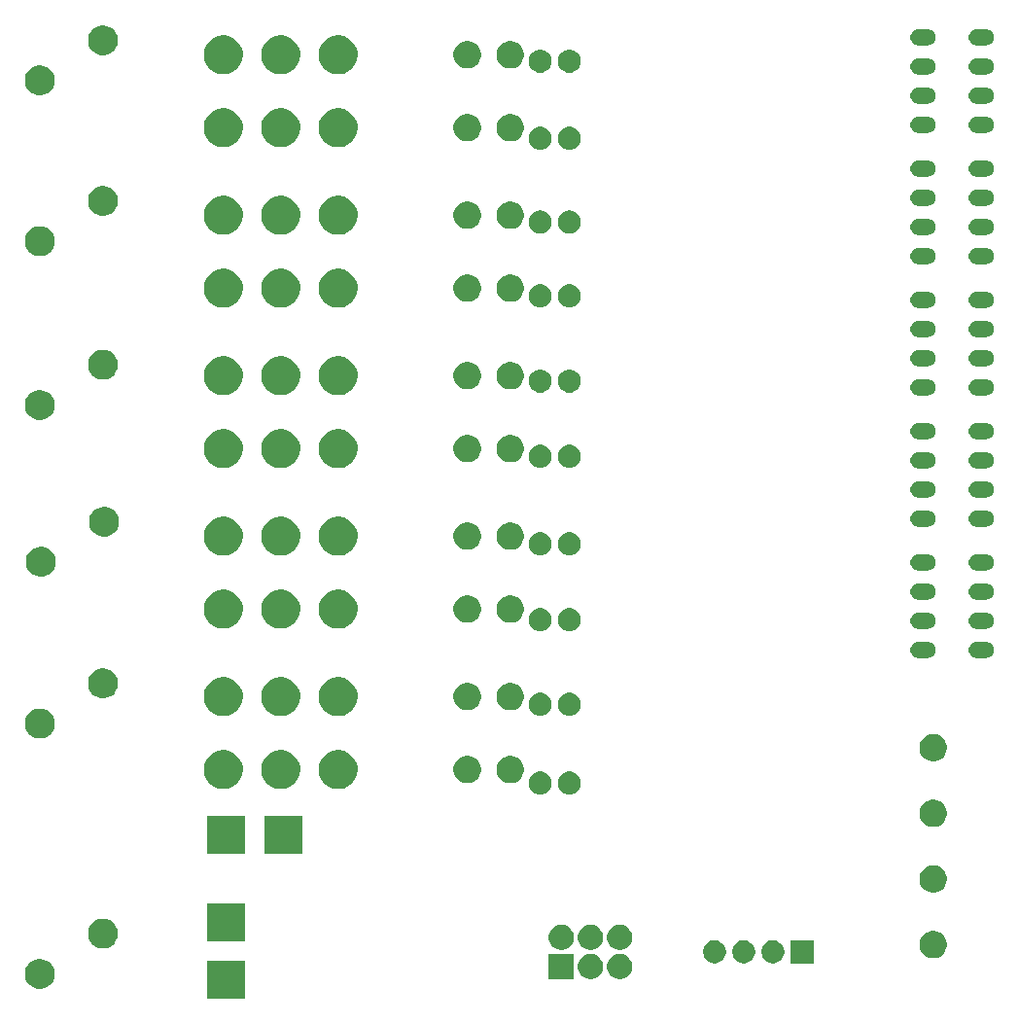
<source format=gbr>
G04 #@! TF.GenerationSoftware,KiCad,Pcbnew,5.0.2-bee76a0~70~ubuntu18.04.1*
G04 #@! TF.CreationDate,2018-12-27T20:20:35+01:00*
G04 #@! TF.ProjectId,motor_switch_3pole_5x,6d6f746f-725f-4737-9769-7463685f3370,B*
G04 #@! TF.SameCoordinates,Original*
G04 #@! TF.FileFunction,Soldermask,Top*
G04 #@! TF.FilePolarity,Negative*
%FSLAX46Y46*%
G04 Gerber Fmt 4.6, Leading zero omitted, Abs format (unit mm)*
G04 Created by KiCad (PCBNEW 5.0.2-bee76a0~70~ubuntu18.04.1) date Do 27 Dez 2018 20:20:35 CET*
%MOMM*%
%LPD*%
G01*
G04 APERTURE LIST*
%ADD10C,0.100000*%
G04 APERTURE END LIST*
D10*
G36*
X123570000Y-138093720D02*
X120270000Y-138093720D01*
X120270000Y-134793720D01*
X123570000Y-134793720D01*
X123570000Y-138093720D01*
X123570000Y-138093720D01*
G37*
G36*
X106089196Y-134639958D02*
X106325780Y-134737954D01*
X106538705Y-134880226D01*
X106719774Y-135061295D01*
X106862046Y-135274220D01*
X106960042Y-135510804D01*
X107010000Y-135761960D01*
X107010000Y-136018040D01*
X106960042Y-136269196D01*
X106862046Y-136505780D01*
X106719774Y-136718705D01*
X106538705Y-136899774D01*
X106325780Y-137042046D01*
X106089196Y-137140042D01*
X105838040Y-137190000D01*
X105581960Y-137190000D01*
X105330804Y-137140042D01*
X105094220Y-137042046D01*
X104881295Y-136899774D01*
X104700226Y-136718705D01*
X104557954Y-136505780D01*
X104459958Y-136269196D01*
X104410000Y-136018040D01*
X104410000Y-135761960D01*
X104459958Y-135510804D01*
X104557954Y-135274220D01*
X104700226Y-135061295D01*
X104881295Y-134880226D01*
X105094220Y-134737954D01*
X105330804Y-134639958D01*
X105581960Y-134590000D01*
X105838040Y-134590000D01*
X106089196Y-134639958D01*
X106089196Y-134639958D01*
G37*
G36*
X156530857Y-134197272D02*
X156731042Y-134280191D01*
X156911213Y-134400578D01*
X157064422Y-134553787D01*
X157184809Y-134733958D01*
X157267728Y-134934143D01*
X157310000Y-135146658D01*
X157310000Y-135363342D01*
X157267728Y-135575857D01*
X157184809Y-135776042D01*
X157064422Y-135956213D01*
X156911213Y-136109422D01*
X156731042Y-136229809D01*
X156530857Y-136312728D01*
X156318342Y-136355000D01*
X156101658Y-136355000D01*
X155889143Y-136312728D01*
X155688958Y-136229809D01*
X155508787Y-136109422D01*
X155355578Y-135956213D01*
X155235191Y-135776042D01*
X155152272Y-135575857D01*
X155110000Y-135363342D01*
X155110000Y-135146658D01*
X155152272Y-134934143D01*
X155235191Y-134733958D01*
X155355578Y-134553787D01*
X155508787Y-134400578D01*
X155688958Y-134280191D01*
X155889143Y-134197272D01*
X156101658Y-134155000D01*
X156318342Y-134155000D01*
X156530857Y-134197272D01*
X156530857Y-134197272D01*
G37*
G36*
X152230000Y-136355000D02*
X150030000Y-136355000D01*
X150030000Y-134155000D01*
X152230000Y-134155000D01*
X152230000Y-136355000D01*
X152230000Y-136355000D01*
G37*
G36*
X153990857Y-134197272D02*
X154191042Y-134280191D01*
X154371213Y-134400578D01*
X154524422Y-134553787D01*
X154644809Y-134733958D01*
X154727728Y-134934143D01*
X154770000Y-135146658D01*
X154770000Y-135363342D01*
X154727728Y-135575857D01*
X154644809Y-135776042D01*
X154524422Y-135956213D01*
X154371213Y-136109422D01*
X154191042Y-136229809D01*
X153990857Y-136312728D01*
X153778342Y-136355000D01*
X153561658Y-136355000D01*
X153349143Y-136312728D01*
X153148958Y-136229809D01*
X152968787Y-136109422D01*
X152815578Y-135956213D01*
X152695191Y-135776042D01*
X152612272Y-135575857D01*
X152570000Y-135363342D01*
X152570000Y-135146658D01*
X152612272Y-134934143D01*
X152695191Y-134733958D01*
X152815578Y-134553787D01*
X152968787Y-134400578D01*
X153148958Y-134280191D01*
X153349143Y-134197272D01*
X153561658Y-134155000D01*
X153778342Y-134155000D01*
X153990857Y-134197272D01*
X153990857Y-134197272D01*
G37*
G36*
X173085000Y-134985000D02*
X171085000Y-134985000D01*
X171085000Y-132985000D01*
X173085000Y-132985000D01*
X173085000Y-134985000D01*
X173085000Y-134985000D01*
G37*
G36*
X169718766Y-132999973D02*
X169836689Y-133023429D01*
X170018678Y-133098811D01*
X170182463Y-133208249D01*
X170321751Y-133347537D01*
X170431189Y-133511322D01*
X170506571Y-133693311D01*
X170522368Y-133772728D01*
X170545000Y-133886507D01*
X170545000Y-134083493D01*
X170538741Y-134114958D01*
X170506571Y-134276689D01*
X170431189Y-134458678D01*
X170321751Y-134622463D01*
X170182463Y-134761751D01*
X170018678Y-134871189D01*
X169836689Y-134946571D01*
X169720770Y-134969628D01*
X169643493Y-134985000D01*
X169446507Y-134985000D01*
X169369230Y-134969628D01*
X169253311Y-134946571D01*
X169071322Y-134871189D01*
X168907537Y-134761751D01*
X168768249Y-134622463D01*
X168658811Y-134458678D01*
X168583429Y-134276689D01*
X168551259Y-134114958D01*
X168545000Y-134083493D01*
X168545000Y-133886507D01*
X168567632Y-133772728D01*
X168583429Y-133693311D01*
X168658811Y-133511322D01*
X168768249Y-133347537D01*
X168907537Y-133208249D01*
X169071322Y-133098811D01*
X169253311Y-133023429D01*
X169371234Y-132999973D01*
X169446507Y-132985000D01*
X169643493Y-132985000D01*
X169718766Y-132999973D01*
X169718766Y-132999973D01*
G37*
G36*
X167178766Y-132999973D02*
X167296689Y-133023429D01*
X167478678Y-133098811D01*
X167642463Y-133208249D01*
X167781751Y-133347537D01*
X167891189Y-133511322D01*
X167966571Y-133693311D01*
X167982368Y-133772728D01*
X168005000Y-133886507D01*
X168005000Y-134083493D01*
X167998741Y-134114958D01*
X167966571Y-134276689D01*
X167891189Y-134458678D01*
X167781751Y-134622463D01*
X167642463Y-134761751D01*
X167478678Y-134871189D01*
X167296689Y-134946571D01*
X167180770Y-134969628D01*
X167103493Y-134985000D01*
X166906507Y-134985000D01*
X166829230Y-134969628D01*
X166713311Y-134946571D01*
X166531322Y-134871189D01*
X166367537Y-134761751D01*
X166228249Y-134622463D01*
X166118811Y-134458678D01*
X166043429Y-134276689D01*
X166011259Y-134114958D01*
X166005000Y-134083493D01*
X166005000Y-133886507D01*
X166027632Y-133772728D01*
X166043429Y-133693311D01*
X166118811Y-133511322D01*
X166228249Y-133347537D01*
X166367537Y-133208249D01*
X166531322Y-133098811D01*
X166713311Y-133023429D01*
X166831234Y-132999973D01*
X166906507Y-132985000D01*
X167103493Y-132985000D01*
X167178766Y-132999973D01*
X167178766Y-132999973D01*
G37*
G36*
X164638766Y-132999973D02*
X164756689Y-133023429D01*
X164938678Y-133098811D01*
X165102463Y-133208249D01*
X165241751Y-133347537D01*
X165351189Y-133511322D01*
X165426571Y-133693311D01*
X165442368Y-133772728D01*
X165465000Y-133886507D01*
X165465000Y-134083493D01*
X165458741Y-134114958D01*
X165426571Y-134276689D01*
X165351189Y-134458678D01*
X165241751Y-134622463D01*
X165102463Y-134761751D01*
X164938678Y-134871189D01*
X164756689Y-134946571D01*
X164640770Y-134969628D01*
X164563493Y-134985000D01*
X164366507Y-134985000D01*
X164289230Y-134969628D01*
X164173311Y-134946571D01*
X163991322Y-134871189D01*
X163827537Y-134761751D01*
X163688249Y-134622463D01*
X163578811Y-134458678D01*
X163503429Y-134276689D01*
X163471259Y-134114958D01*
X163465000Y-134083493D01*
X163465000Y-133886507D01*
X163487632Y-133772728D01*
X163503429Y-133693311D01*
X163578811Y-133511322D01*
X163688249Y-133347537D01*
X163827537Y-133208249D01*
X163991322Y-133098811D01*
X164173311Y-133023429D01*
X164291234Y-132999973D01*
X164366507Y-132985000D01*
X164563493Y-132985000D01*
X164638766Y-132999973D01*
X164638766Y-132999973D01*
G37*
G36*
X183865026Y-132196115D02*
X184083412Y-132286573D01*
X184279958Y-132417901D01*
X184447099Y-132585042D01*
X184578427Y-132781588D01*
X184668885Y-132999974D01*
X184715000Y-133231809D01*
X184715000Y-133468191D01*
X184668885Y-133700026D01*
X184578427Y-133918412D01*
X184447099Y-134114958D01*
X184279958Y-134282099D01*
X184083412Y-134413427D01*
X183865026Y-134503885D01*
X183633191Y-134550000D01*
X183396809Y-134550000D01*
X183164974Y-134503885D01*
X182946588Y-134413427D01*
X182750042Y-134282099D01*
X182582901Y-134114958D01*
X182451573Y-133918412D01*
X182361115Y-133700026D01*
X182315000Y-133468191D01*
X182315000Y-133231809D01*
X182361115Y-132999974D01*
X182451573Y-132781588D01*
X182582901Y-132585042D01*
X182750042Y-132417901D01*
X182946588Y-132286573D01*
X183164974Y-132196115D01*
X183396809Y-132150000D01*
X183633191Y-132150000D01*
X183865026Y-132196115D01*
X183865026Y-132196115D01*
G37*
G36*
X156530857Y-131657272D02*
X156731042Y-131740191D01*
X156911213Y-131860578D01*
X157064422Y-132013787D01*
X157184809Y-132193958D01*
X157267728Y-132394143D01*
X157310000Y-132606658D01*
X157310000Y-132823342D01*
X157267728Y-133035857D01*
X157184809Y-133236042D01*
X157184807Y-133236045D01*
X157075407Y-133399774D01*
X157064422Y-133416213D01*
X156911213Y-133569422D01*
X156731042Y-133689809D01*
X156530857Y-133772728D01*
X156318342Y-133815000D01*
X156101658Y-133815000D01*
X155889143Y-133772728D01*
X155688958Y-133689809D01*
X155508787Y-133569422D01*
X155355578Y-133416213D01*
X155344594Y-133399774D01*
X155235193Y-133236045D01*
X155235191Y-133236042D01*
X155152272Y-133035857D01*
X155110000Y-132823342D01*
X155110000Y-132606658D01*
X155152272Y-132394143D01*
X155235191Y-132193958D01*
X155355578Y-132013787D01*
X155508787Y-131860578D01*
X155688958Y-131740191D01*
X155889143Y-131657272D01*
X156101658Y-131615000D01*
X156318342Y-131615000D01*
X156530857Y-131657272D01*
X156530857Y-131657272D01*
G37*
G36*
X153990857Y-131657272D02*
X154191042Y-131740191D01*
X154371213Y-131860578D01*
X154524422Y-132013787D01*
X154644809Y-132193958D01*
X154727728Y-132394143D01*
X154770000Y-132606658D01*
X154770000Y-132823342D01*
X154727728Y-133035857D01*
X154644809Y-133236042D01*
X154644807Y-133236045D01*
X154535407Y-133399774D01*
X154524422Y-133416213D01*
X154371213Y-133569422D01*
X154191042Y-133689809D01*
X153990857Y-133772728D01*
X153778342Y-133815000D01*
X153561658Y-133815000D01*
X153349143Y-133772728D01*
X153148958Y-133689809D01*
X152968787Y-133569422D01*
X152815578Y-133416213D01*
X152804594Y-133399774D01*
X152695193Y-133236045D01*
X152695191Y-133236042D01*
X152612272Y-133035857D01*
X152570000Y-132823342D01*
X152570000Y-132606658D01*
X152612272Y-132394143D01*
X152695191Y-132193958D01*
X152815578Y-132013787D01*
X152968787Y-131860578D01*
X153148958Y-131740191D01*
X153349143Y-131657272D01*
X153561658Y-131615000D01*
X153778342Y-131615000D01*
X153990857Y-131657272D01*
X153990857Y-131657272D01*
G37*
G36*
X151450857Y-131657272D02*
X151651042Y-131740191D01*
X151831213Y-131860578D01*
X151984422Y-132013787D01*
X152104809Y-132193958D01*
X152187728Y-132394143D01*
X152230000Y-132606658D01*
X152230000Y-132823342D01*
X152187728Y-133035857D01*
X152104809Y-133236042D01*
X152104807Y-133236045D01*
X151995407Y-133399774D01*
X151984422Y-133416213D01*
X151831213Y-133569422D01*
X151651042Y-133689809D01*
X151450857Y-133772728D01*
X151238342Y-133815000D01*
X151021658Y-133815000D01*
X150809143Y-133772728D01*
X150608958Y-133689809D01*
X150428787Y-133569422D01*
X150275578Y-133416213D01*
X150264594Y-133399774D01*
X150155193Y-133236045D01*
X150155191Y-133236042D01*
X150072272Y-133035857D01*
X150030000Y-132823342D01*
X150030000Y-132606658D01*
X150072272Y-132394143D01*
X150155191Y-132193958D01*
X150275578Y-132013787D01*
X150428787Y-131860578D01*
X150608958Y-131740191D01*
X150809143Y-131657272D01*
X151021658Y-131615000D01*
X151238342Y-131615000D01*
X151450857Y-131657272D01*
X151450857Y-131657272D01*
G37*
G36*
X111589196Y-131139958D02*
X111825780Y-131237954D01*
X112038705Y-131380226D01*
X112219774Y-131561295D01*
X112362046Y-131774220D01*
X112460042Y-132010804D01*
X112510000Y-132261960D01*
X112510000Y-132518040D01*
X112460042Y-132769196D01*
X112362046Y-133005780D01*
X112219774Y-133218705D01*
X112038705Y-133399774D01*
X111825780Y-133542046D01*
X111589196Y-133640042D01*
X111338040Y-133690000D01*
X111081960Y-133690000D01*
X110830804Y-133640042D01*
X110594220Y-133542046D01*
X110381295Y-133399774D01*
X110200226Y-133218705D01*
X110057954Y-133005780D01*
X109959958Y-132769196D01*
X109910000Y-132518040D01*
X109910000Y-132261960D01*
X109959958Y-132010804D01*
X110057954Y-131774220D01*
X110200226Y-131561295D01*
X110381295Y-131380226D01*
X110594220Y-131237954D01*
X110830804Y-131139958D01*
X111081960Y-131090000D01*
X111338040Y-131090000D01*
X111589196Y-131139958D01*
X111589196Y-131139958D01*
G37*
G36*
X123570000Y-133095000D02*
X120270000Y-133095000D01*
X120270000Y-129795000D01*
X123570000Y-129795000D01*
X123570000Y-133095000D01*
X123570000Y-133095000D01*
G37*
G36*
X183865026Y-126481115D02*
X184083412Y-126571573D01*
X184279958Y-126702901D01*
X184447099Y-126870042D01*
X184578427Y-127066588D01*
X184668885Y-127284974D01*
X184715000Y-127516809D01*
X184715000Y-127753191D01*
X184668885Y-127985026D01*
X184578427Y-128203412D01*
X184447099Y-128399958D01*
X184279958Y-128567099D01*
X184083412Y-128698427D01*
X183865026Y-128788885D01*
X183633191Y-128835000D01*
X183396809Y-128835000D01*
X183164974Y-128788885D01*
X182946588Y-128698427D01*
X182750042Y-128567099D01*
X182582901Y-128399958D01*
X182451573Y-128203412D01*
X182361115Y-127985026D01*
X182315000Y-127753191D01*
X182315000Y-127516809D01*
X182361115Y-127284974D01*
X182451573Y-127066588D01*
X182582901Y-126870042D01*
X182750042Y-126702901D01*
X182946588Y-126571573D01*
X183164974Y-126481115D01*
X183396809Y-126435000D01*
X183633191Y-126435000D01*
X183865026Y-126481115D01*
X183865026Y-126481115D01*
G37*
G36*
X128568720Y-125475000D02*
X125268720Y-125475000D01*
X125268720Y-122175000D01*
X128568720Y-122175000D01*
X128568720Y-125475000D01*
X128568720Y-125475000D01*
G37*
G36*
X123570000Y-125475000D02*
X120270000Y-125475000D01*
X120270000Y-122175000D01*
X123570000Y-122175000D01*
X123570000Y-125475000D01*
X123570000Y-125475000D01*
G37*
G36*
X183865026Y-120766115D02*
X184083412Y-120856573D01*
X184279958Y-120987901D01*
X184447099Y-121155042D01*
X184578427Y-121351588D01*
X184668885Y-121569974D01*
X184715000Y-121801809D01*
X184715000Y-122038191D01*
X184668885Y-122270026D01*
X184578427Y-122488412D01*
X184447099Y-122684958D01*
X184279958Y-122852099D01*
X184083412Y-122983427D01*
X183865026Y-123073885D01*
X183633191Y-123120000D01*
X183396809Y-123120000D01*
X183164974Y-123073885D01*
X182946588Y-122983427D01*
X182750042Y-122852099D01*
X182582901Y-122684958D01*
X182451573Y-122488412D01*
X182361115Y-122270026D01*
X182315000Y-122038191D01*
X182315000Y-121801809D01*
X182361115Y-121569974D01*
X182451573Y-121351588D01*
X182582901Y-121155042D01*
X182750042Y-120987901D01*
X182946588Y-120856573D01*
X183164974Y-120766115D01*
X183396809Y-120720000D01*
X183633191Y-120720000D01*
X183865026Y-120766115D01*
X183865026Y-120766115D01*
G37*
G36*
X149451770Y-118295372D02*
X149567689Y-118318429D01*
X149749678Y-118393811D01*
X149913463Y-118503249D01*
X150052751Y-118642537D01*
X150162189Y-118806322D01*
X150237571Y-118988311D01*
X150248270Y-119042099D01*
X150276000Y-119181507D01*
X150276000Y-119378493D01*
X150260628Y-119455770D01*
X150237571Y-119571689D01*
X150162189Y-119753678D01*
X150052751Y-119917463D01*
X149913463Y-120056751D01*
X149749678Y-120166189D01*
X149567689Y-120241571D01*
X149451770Y-120264628D01*
X149374493Y-120280000D01*
X149177507Y-120280000D01*
X149100230Y-120264628D01*
X148984311Y-120241571D01*
X148802322Y-120166189D01*
X148638537Y-120056751D01*
X148499249Y-119917463D01*
X148389811Y-119753678D01*
X148314429Y-119571689D01*
X148291372Y-119455770D01*
X148276000Y-119378493D01*
X148276000Y-119181507D01*
X148303730Y-119042099D01*
X148314429Y-118988311D01*
X148389811Y-118806322D01*
X148499249Y-118642537D01*
X148638537Y-118503249D01*
X148802322Y-118393811D01*
X148984311Y-118318429D01*
X149100230Y-118295372D01*
X149177507Y-118280000D01*
X149374493Y-118280000D01*
X149451770Y-118295372D01*
X149451770Y-118295372D01*
G37*
G36*
X151991770Y-118295372D02*
X152107689Y-118318429D01*
X152289678Y-118393811D01*
X152453463Y-118503249D01*
X152592751Y-118642537D01*
X152702189Y-118806322D01*
X152777571Y-118988311D01*
X152788270Y-119042099D01*
X152816000Y-119181507D01*
X152816000Y-119378493D01*
X152800628Y-119455770D01*
X152777571Y-119571689D01*
X152702189Y-119753678D01*
X152592751Y-119917463D01*
X152453463Y-120056751D01*
X152289678Y-120166189D01*
X152107689Y-120241571D01*
X151991770Y-120264628D01*
X151914493Y-120280000D01*
X151717507Y-120280000D01*
X151640230Y-120264628D01*
X151524311Y-120241571D01*
X151342322Y-120166189D01*
X151178537Y-120056751D01*
X151039249Y-119917463D01*
X150929811Y-119753678D01*
X150854429Y-119571689D01*
X150831372Y-119455770D01*
X150816000Y-119378493D01*
X150816000Y-119181507D01*
X150843730Y-119042099D01*
X150854429Y-118988311D01*
X150929811Y-118806322D01*
X151039249Y-118642537D01*
X151178537Y-118503249D01*
X151342322Y-118393811D01*
X151524311Y-118318429D01*
X151640230Y-118295372D01*
X151717507Y-118280000D01*
X151914493Y-118280000D01*
X151991770Y-118295372D01*
X151991770Y-118295372D01*
G37*
G36*
X127071393Y-116453553D02*
X127180872Y-116475330D01*
X127490252Y-116603479D01*
X127768687Y-116789523D01*
X128005477Y-117026313D01*
X128191521Y-117304748D01*
X128289623Y-117541588D01*
X128319670Y-117614129D01*
X128385000Y-117942563D01*
X128385000Y-118277437D01*
X128348680Y-118460027D01*
X128319670Y-118605872D01*
X128191521Y-118915252D01*
X128005477Y-119193687D01*
X127768687Y-119430477D01*
X127490252Y-119616521D01*
X127180872Y-119744670D01*
X127071393Y-119766447D01*
X126852437Y-119810000D01*
X126517563Y-119810000D01*
X126298607Y-119766447D01*
X126189128Y-119744670D01*
X125879748Y-119616521D01*
X125601313Y-119430477D01*
X125364523Y-119193687D01*
X125178479Y-118915252D01*
X125050330Y-118605872D01*
X125021320Y-118460027D01*
X124985000Y-118277437D01*
X124985000Y-117942563D01*
X125050330Y-117614129D01*
X125080377Y-117541588D01*
X125178479Y-117304748D01*
X125364523Y-117026313D01*
X125601313Y-116789523D01*
X125879748Y-116603479D01*
X126189128Y-116475330D01*
X126298607Y-116453553D01*
X126517563Y-116410000D01*
X126852437Y-116410000D01*
X127071393Y-116453553D01*
X127071393Y-116453553D01*
G37*
G36*
X132071393Y-116453553D02*
X132180872Y-116475330D01*
X132490252Y-116603479D01*
X132768687Y-116789523D01*
X133005477Y-117026313D01*
X133191521Y-117304748D01*
X133289623Y-117541588D01*
X133319670Y-117614129D01*
X133385000Y-117942563D01*
X133385000Y-118277437D01*
X133348680Y-118460027D01*
X133319670Y-118605872D01*
X133191521Y-118915252D01*
X133005477Y-119193687D01*
X132768687Y-119430477D01*
X132490252Y-119616521D01*
X132180872Y-119744670D01*
X132071393Y-119766447D01*
X131852437Y-119810000D01*
X131517563Y-119810000D01*
X131298607Y-119766447D01*
X131189128Y-119744670D01*
X130879748Y-119616521D01*
X130601313Y-119430477D01*
X130364523Y-119193687D01*
X130178479Y-118915252D01*
X130050330Y-118605872D01*
X130021320Y-118460027D01*
X129985000Y-118277437D01*
X129985000Y-117942563D01*
X130050330Y-117614129D01*
X130080377Y-117541588D01*
X130178479Y-117304748D01*
X130364523Y-117026313D01*
X130601313Y-116789523D01*
X130879748Y-116603479D01*
X131189128Y-116475330D01*
X131298607Y-116453553D01*
X131517563Y-116410000D01*
X131852437Y-116410000D01*
X132071393Y-116453553D01*
X132071393Y-116453553D01*
G37*
G36*
X122071393Y-116453553D02*
X122180872Y-116475330D01*
X122490252Y-116603479D01*
X122768687Y-116789523D01*
X123005477Y-117026313D01*
X123191521Y-117304748D01*
X123289623Y-117541588D01*
X123319670Y-117614129D01*
X123385000Y-117942563D01*
X123385000Y-118277437D01*
X123348680Y-118460027D01*
X123319670Y-118605872D01*
X123191521Y-118915252D01*
X123005477Y-119193687D01*
X122768687Y-119430477D01*
X122490252Y-119616521D01*
X122180872Y-119744670D01*
X122071393Y-119766447D01*
X121852437Y-119810000D01*
X121517563Y-119810000D01*
X121298607Y-119766447D01*
X121189128Y-119744670D01*
X120879748Y-119616521D01*
X120601313Y-119430477D01*
X120364523Y-119193687D01*
X120178479Y-118915252D01*
X120050330Y-118605872D01*
X120021320Y-118460027D01*
X119985000Y-118277437D01*
X119985000Y-117942563D01*
X120050330Y-117614129D01*
X120080377Y-117541588D01*
X120178479Y-117304748D01*
X120364523Y-117026313D01*
X120601313Y-116789523D01*
X120879748Y-116603479D01*
X121189128Y-116475330D01*
X121298607Y-116453553D01*
X121517563Y-116410000D01*
X121852437Y-116410000D01*
X122071393Y-116453553D01*
X122071393Y-116453553D01*
G37*
G36*
X147035026Y-116956115D02*
X147253412Y-117046573D01*
X147449958Y-117177901D01*
X147617099Y-117345042D01*
X147748427Y-117541588D01*
X147838885Y-117759974D01*
X147885000Y-117991809D01*
X147885000Y-118228191D01*
X147838885Y-118460026D01*
X147748427Y-118678412D01*
X147617099Y-118874958D01*
X147449958Y-119042099D01*
X147253412Y-119173427D01*
X147035026Y-119263885D01*
X146803191Y-119310000D01*
X146566809Y-119310000D01*
X146334974Y-119263885D01*
X146116588Y-119173427D01*
X145920042Y-119042099D01*
X145752901Y-118874958D01*
X145621573Y-118678412D01*
X145531115Y-118460026D01*
X145485000Y-118228191D01*
X145485000Y-117991809D01*
X145531115Y-117759974D01*
X145621573Y-117541588D01*
X145752901Y-117345042D01*
X145920042Y-117177901D01*
X146116588Y-117046573D01*
X146334974Y-116956115D01*
X146566809Y-116910000D01*
X146803191Y-116910000D01*
X147035026Y-116956115D01*
X147035026Y-116956115D01*
G37*
G36*
X143285026Y-116956115D02*
X143503412Y-117046573D01*
X143699958Y-117177901D01*
X143867099Y-117345042D01*
X143998427Y-117541588D01*
X144088885Y-117759974D01*
X144135000Y-117991809D01*
X144135000Y-118228191D01*
X144088885Y-118460026D01*
X143998427Y-118678412D01*
X143867099Y-118874958D01*
X143699958Y-119042099D01*
X143503412Y-119173427D01*
X143285026Y-119263885D01*
X143053191Y-119310000D01*
X142816809Y-119310000D01*
X142584974Y-119263885D01*
X142366588Y-119173427D01*
X142170042Y-119042099D01*
X142002901Y-118874958D01*
X141871573Y-118678412D01*
X141781115Y-118460026D01*
X141735000Y-118228191D01*
X141735000Y-117991809D01*
X141781115Y-117759974D01*
X141871573Y-117541588D01*
X142002901Y-117345042D01*
X142170042Y-117177901D01*
X142366588Y-117046573D01*
X142584974Y-116956115D01*
X142816809Y-116910000D01*
X143053191Y-116910000D01*
X143285026Y-116956115D01*
X143285026Y-116956115D01*
G37*
G36*
X183865026Y-115051115D02*
X184083412Y-115141573D01*
X184279958Y-115272901D01*
X184447099Y-115440042D01*
X184578427Y-115636588D01*
X184668885Y-115854974D01*
X184715000Y-116086809D01*
X184715000Y-116323191D01*
X184668885Y-116555026D01*
X184578427Y-116773412D01*
X184447099Y-116969958D01*
X184279958Y-117137099D01*
X184083412Y-117268427D01*
X183865026Y-117358885D01*
X183633191Y-117405000D01*
X183396809Y-117405000D01*
X183164974Y-117358885D01*
X182946588Y-117268427D01*
X182750042Y-117137099D01*
X182582901Y-116969958D01*
X182451573Y-116773412D01*
X182361115Y-116555026D01*
X182315000Y-116323191D01*
X182315000Y-116086809D01*
X182361115Y-115854974D01*
X182451573Y-115636588D01*
X182582901Y-115440042D01*
X182750042Y-115272901D01*
X182946588Y-115141573D01*
X183164974Y-115051115D01*
X183396809Y-115005000D01*
X183633191Y-115005000D01*
X183865026Y-115051115D01*
X183865026Y-115051115D01*
G37*
G36*
X106089196Y-112859958D02*
X106325780Y-112957954D01*
X106538705Y-113100226D01*
X106719774Y-113281295D01*
X106862046Y-113494220D01*
X106960042Y-113730804D01*
X107010000Y-113981960D01*
X107010000Y-114238040D01*
X106960042Y-114489196D01*
X106862046Y-114725780D01*
X106719774Y-114938705D01*
X106538705Y-115119774D01*
X106325780Y-115262046D01*
X106089196Y-115360042D01*
X105838040Y-115410000D01*
X105581960Y-115410000D01*
X105330804Y-115360042D01*
X105094220Y-115262046D01*
X104881295Y-115119774D01*
X104700226Y-114938705D01*
X104557954Y-114725780D01*
X104459958Y-114489196D01*
X104410000Y-114238040D01*
X104410000Y-113981960D01*
X104459958Y-113730804D01*
X104557954Y-113494220D01*
X104700226Y-113281295D01*
X104881295Y-113100226D01*
X105094220Y-112957954D01*
X105330804Y-112859958D01*
X105581960Y-112810000D01*
X105838040Y-112810000D01*
X106089196Y-112859958D01*
X106089196Y-112859958D01*
G37*
G36*
X122071393Y-110103553D02*
X122180872Y-110125330D01*
X122490252Y-110253479D01*
X122768687Y-110439523D01*
X123005477Y-110676313D01*
X123191521Y-110954748D01*
X123303786Y-111225781D01*
X123319670Y-111264129D01*
X123385000Y-111592563D01*
X123385000Y-111927437D01*
X123348680Y-112110027D01*
X123319670Y-112255872D01*
X123191521Y-112565252D01*
X123005477Y-112843687D01*
X122768687Y-113080477D01*
X122490252Y-113266521D01*
X122180872Y-113394670D01*
X122071393Y-113416447D01*
X121852437Y-113460000D01*
X121517563Y-113460000D01*
X121298607Y-113416447D01*
X121189128Y-113394670D01*
X120879748Y-113266521D01*
X120601313Y-113080477D01*
X120364523Y-112843687D01*
X120178479Y-112565252D01*
X120050330Y-112255872D01*
X120021320Y-112110027D01*
X119985000Y-111927437D01*
X119985000Y-111592563D01*
X120050330Y-111264129D01*
X120066214Y-111225781D01*
X120178479Y-110954748D01*
X120364523Y-110676313D01*
X120601313Y-110439523D01*
X120879748Y-110253479D01*
X121189128Y-110125330D01*
X121298607Y-110103553D01*
X121517563Y-110060000D01*
X121852437Y-110060000D01*
X122071393Y-110103553D01*
X122071393Y-110103553D01*
G37*
G36*
X132071393Y-110103553D02*
X132180872Y-110125330D01*
X132490252Y-110253479D01*
X132768687Y-110439523D01*
X133005477Y-110676313D01*
X133191521Y-110954748D01*
X133303786Y-111225781D01*
X133319670Y-111264129D01*
X133385000Y-111592563D01*
X133385000Y-111927437D01*
X133348680Y-112110027D01*
X133319670Y-112255872D01*
X133191521Y-112565252D01*
X133005477Y-112843687D01*
X132768687Y-113080477D01*
X132490252Y-113266521D01*
X132180872Y-113394670D01*
X132071393Y-113416447D01*
X131852437Y-113460000D01*
X131517563Y-113460000D01*
X131298607Y-113416447D01*
X131189128Y-113394670D01*
X130879748Y-113266521D01*
X130601313Y-113080477D01*
X130364523Y-112843687D01*
X130178479Y-112565252D01*
X130050330Y-112255872D01*
X130021320Y-112110027D01*
X129985000Y-111927437D01*
X129985000Y-111592563D01*
X130050330Y-111264129D01*
X130066214Y-111225781D01*
X130178479Y-110954748D01*
X130364523Y-110676313D01*
X130601313Y-110439523D01*
X130879748Y-110253479D01*
X131189128Y-110125330D01*
X131298607Y-110103553D01*
X131517563Y-110060000D01*
X131852437Y-110060000D01*
X132071393Y-110103553D01*
X132071393Y-110103553D01*
G37*
G36*
X127071393Y-110103553D02*
X127180872Y-110125330D01*
X127490252Y-110253479D01*
X127768687Y-110439523D01*
X128005477Y-110676313D01*
X128191521Y-110954748D01*
X128303786Y-111225781D01*
X128319670Y-111264129D01*
X128385000Y-111592563D01*
X128385000Y-111927437D01*
X128348680Y-112110027D01*
X128319670Y-112255872D01*
X128191521Y-112565252D01*
X128005477Y-112843687D01*
X127768687Y-113080477D01*
X127490252Y-113266521D01*
X127180872Y-113394670D01*
X127071393Y-113416447D01*
X126852437Y-113460000D01*
X126517563Y-113460000D01*
X126298607Y-113416447D01*
X126189128Y-113394670D01*
X125879748Y-113266521D01*
X125601313Y-113080477D01*
X125364523Y-112843687D01*
X125178479Y-112565252D01*
X125050330Y-112255872D01*
X125021320Y-112110027D01*
X124985000Y-111927437D01*
X124985000Y-111592563D01*
X125050330Y-111264129D01*
X125066214Y-111225781D01*
X125178479Y-110954748D01*
X125364523Y-110676313D01*
X125601313Y-110439523D01*
X125879748Y-110253479D01*
X126189128Y-110125330D01*
X126298607Y-110103553D01*
X126517563Y-110060000D01*
X126852437Y-110060000D01*
X127071393Y-110103553D01*
X127071393Y-110103553D01*
G37*
G36*
X149451770Y-111437372D02*
X149567689Y-111460429D01*
X149749678Y-111535811D01*
X149913463Y-111645249D01*
X150052751Y-111784537D01*
X150162189Y-111948322D01*
X150237571Y-112130311D01*
X150260628Y-112246230D01*
X150276000Y-112323507D01*
X150276000Y-112520493D01*
X150267097Y-112565250D01*
X150237571Y-112713689D01*
X150162189Y-112895678D01*
X150052751Y-113059463D01*
X149913463Y-113198751D01*
X149749678Y-113308189D01*
X149567689Y-113383571D01*
X149451770Y-113406628D01*
X149374493Y-113422000D01*
X149177507Y-113422000D01*
X149100230Y-113406628D01*
X148984311Y-113383571D01*
X148802322Y-113308189D01*
X148638537Y-113198751D01*
X148499249Y-113059463D01*
X148389811Y-112895678D01*
X148314429Y-112713689D01*
X148284903Y-112565250D01*
X148276000Y-112520493D01*
X148276000Y-112323507D01*
X148291372Y-112246230D01*
X148314429Y-112130311D01*
X148389811Y-111948322D01*
X148499249Y-111784537D01*
X148638537Y-111645249D01*
X148802322Y-111535811D01*
X148984311Y-111460429D01*
X149100230Y-111437372D01*
X149177507Y-111422000D01*
X149374493Y-111422000D01*
X149451770Y-111437372D01*
X149451770Y-111437372D01*
G37*
G36*
X151991770Y-111437372D02*
X152107689Y-111460429D01*
X152289678Y-111535811D01*
X152453463Y-111645249D01*
X152592751Y-111784537D01*
X152702189Y-111948322D01*
X152777571Y-112130311D01*
X152800628Y-112246230D01*
X152816000Y-112323507D01*
X152816000Y-112520493D01*
X152807097Y-112565250D01*
X152777571Y-112713689D01*
X152702189Y-112895678D01*
X152592751Y-113059463D01*
X152453463Y-113198751D01*
X152289678Y-113308189D01*
X152107689Y-113383571D01*
X151991770Y-113406628D01*
X151914493Y-113422000D01*
X151717507Y-113422000D01*
X151640230Y-113406628D01*
X151524311Y-113383571D01*
X151342322Y-113308189D01*
X151178537Y-113198751D01*
X151039249Y-113059463D01*
X150929811Y-112895678D01*
X150854429Y-112713689D01*
X150824903Y-112565250D01*
X150816000Y-112520493D01*
X150816000Y-112323507D01*
X150831372Y-112246230D01*
X150854429Y-112130311D01*
X150929811Y-111948322D01*
X151039249Y-111784537D01*
X151178537Y-111645249D01*
X151342322Y-111535811D01*
X151524311Y-111460429D01*
X151640230Y-111437372D01*
X151717507Y-111422000D01*
X151914493Y-111422000D01*
X151991770Y-111437372D01*
X151991770Y-111437372D01*
G37*
G36*
X143285026Y-110606115D02*
X143503412Y-110696573D01*
X143699958Y-110827901D01*
X143867099Y-110995042D01*
X143998427Y-111191588D01*
X144088885Y-111409974D01*
X144135000Y-111641809D01*
X144135000Y-111878191D01*
X144088885Y-112110026D01*
X143998427Y-112328412D01*
X143867099Y-112524958D01*
X143699958Y-112692099D01*
X143503412Y-112823427D01*
X143285026Y-112913885D01*
X143053191Y-112960000D01*
X142816809Y-112960000D01*
X142584974Y-112913885D01*
X142366588Y-112823427D01*
X142170042Y-112692099D01*
X142002901Y-112524958D01*
X141871573Y-112328412D01*
X141781115Y-112110026D01*
X141735000Y-111878191D01*
X141735000Y-111641809D01*
X141781115Y-111409974D01*
X141871573Y-111191588D01*
X142002901Y-110995042D01*
X142170042Y-110827901D01*
X142366588Y-110696573D01*
X142584974Y-110606115D01*
X142816809Y-110560000D01*
X143053191Y-110560000D01*
X143285026Y-110606115D01*
X143285026Y-110606115D01*
G37*
G36*
X147035026Y-110606115D02*
X147253412Y-110696573D01*
X147449958Y-110827901D01*
X147617099Y-110995042D01*
X147748427Y-111191588D01*
X147838885Y-111409974D01*
X147885000Y-111641809D01*
X147885000Y-111878191D01*
X147838885Y-112110026D01*
X147748427Y-112328412D01*
X147617099Y-112524958D01*
X147449958Y-112692099D01*
X147253412Y-112823427D01*
X147035026Y-112913885D01*
X146803191Y-112960000D01*
X146566809Y-112960000D01*
X146334974Y-112913885D01*
X146116588Y-112823427D01*
X145920042Y-112692099D01*
X145752901Y-112524958D01*
X145621573Y-112328412D01*
X145531115Y-112110026D01*
X145485000Y-111878191D01*
X145485000Y-111641809D01*
X145531115Y-111409974D01*
X145621573Y-111191588D01*
X145752901Y-110995042D01*
X145920042Y-110827901D01*
X146116588Y-110696573D01*
X146334974Y-110606115D01*
X146566809Y-110560000D01*
X146803191Y-110560000D01*
X147035026Y-110606115D01*
X147035026Y-110606115D01*
G37*
G36*
X111589196Y-109359958D02*
X111825780Y-109457954D01*
X112038705Y-109600226D01*
X112219774Y-109781295D01*
X112362046Y-109994220D01*
X112460042Y-110230804D01*
X112510000Y-110481960D01*
X112510000Y-110738040D01*
X112460042Y-110989196D01*
X112362046Y-111225780D01*
X112219774Y-111438705D01*
X112038705Y-111619774D01*
X111825780Y-111762046D01*
X111589196Y-111860042D01*
X111338040Y-111910000D01*
X111081960Y-111910000D01*
X110830804Y-111860042D01*
X110594220Y-111762046D01*
X110381295Y-111619774D01*
X110200226Y-111438705D01*
X110057954Y-111225780D01*
X109959958Y-110989196D01*
X109910000Y-110738040D01*
X109910000Y-110481960D01*
X109959958Y-110230804D01*
X110057954Y-109994220D01*
X110200226Y-109781295D01*
X110381295Y-109600226D01*
X110594220Y-109457954D01*
X110830804Y-109359958D01*
X111081960Y-109310000D01*
X111338040Y-109310000D01*
X111589196Y-109359958D01*
X111589196Y-109359958D01*
G37*
G36*
X188243224Y-107006128D02*
X188375175Y-107046155D01*
X188496781Y-107111155D01*
X188603370Y-107198630D01*
X188690845Y-107305219D01*
X188755845Y-107426825D01*
X188795872Y-107558776D01*
X188809387Y-107696000D01*
X188795872Y-107833224D01*
X188755845Y-107965175D01*
X188690845Y-108086781D01*
X188603370Y-108193370D01*
X188496781Y-108280845D01*
X188375175Y-108345845D01*
X188243224Y-108385872D01*
X188140390Y-108396000D01*
X187271610Y-108396000D01*
X187168776Y-108385872D01*
X187036825Y-108345845D01*
X186915219Y-108280845D01*
X186808630Y-108193370D01*
X186721155Y-108086781D01*
X186656155Y-107965175D01*
X186616128Y-107833224D01*
X186602613Y-107696000D01*
X186616128Y-107558776D01*
X186656155Y-107426825D01*
X186721155Y-107305219D01*
X186808630Y-107198630D01*
X186915219Y-107111155D01*
X187036825Y-107046155D01*
X187168776Y-107006128D01*
X187271610Y-106996000D01*
X188140390Y-106996000D01*
X188243224Y-107006128D01*
X188243224Y-107006128D01*
G37*
G36*
X183163224Y-107006128D02*
X183295175Y-107046155D01*
X183416781Y-107111155D01*
X183523370Y-107198630D01*
X183610845Y-107305219D01*
X183675845Y-107426825D01*
X183715872Y-107558776D01*
X183729387Y-107696000D01*
X183715872Y-107833224D01*
X183675845Y-107965175D01*
X183610845Y-108086781D01*
X183523370Y-108193370D01*
X183416781Y-108280845D01*
X183295175Y-108345845D01*
X183163224Y-108385872D01*
X183060390Y-108396000D01*
X182191610Y-108396000D01*
X182088776Y-108385872D01*
X181956825Y-108345845D01*
X181835219Y-108280845D01*
X181728630Y-108193370D01*
X181641155Y-108086781D01*
X181576155Y-107965175D01*
X181536128Y-107833224D01*
X181522613Y-107696000D01*
X181536128Y-107558776D01*
X181576155Y-107426825D01*
X181641155Y-107305219D01*
X181728630Y-107198630D01*
X181835219Y-107111155D01*
X181956825Y-107046155D01*
X182088776Y-107006128D01*
X182191610Y-106996000D01*
X183060390Y-106996000D01*
X183163224Y-107006128D01*
X183163224Y-107006128D01*
G37*
G36*
X151991770Y-104071372D02*
X152107689Y-104094429D01*
X152289678Y-104169811D01*
X152453463Y-104279249D01*
X152592751Y-104418537D01*
X152702189Y-104582322D01*
X152777571Y-104764311D01*
X152800628Y-104880230D01*
X152805547Y-104904955D01*
X152816000Y-104957509D01*
X152816000Y-105154491D01*
X152777571Y-105347689D01*
X152702189Y-105529678D01*
X152592751Y-105693463D01*
X152453463Y-105832751D01*
X152289678Y-105942189D01*
X152107689Y-106017571D01*
X151991770Y-106040628D01*
X151914493Y-106056000D01*
X151717507Y-106056000D01*
X151640230Y-106040628D01*
X151524311Y-106017571D01*
X151342322Y-105942189D01*
X151178537Y-105832751D01*
X151039249Y-105693463D01*
X150929811Y-105529678D01*
X150854429Y-105347689D01*
X150816000Y-105154491D01*
X150816000Y-104957509D01*
X150826454Y-104904955D01*
X150831372Y-104880230D01*
X150854429Y-104764311D01*
X150929811Y-104582322D01*
X151039249Y-104418537D01*
X151178537Y-104279249D01*
X151342322Y-104169811D01*
X151524311Y-104094429D01*
X151640230Y-104071372D01*
X151717507Y-104056000D01*
X151914493Y-104056000D01*
X151991770Y-104071372D01*
X151991770Y-104071372D01*
G37*
G36*
X149451770Y-104071372D02*
X149567689Y-104094429D01*
X149749678Y-104169811D01*
X149913463Y-104279249D01*
X150052751Y-104418537D01*
X150162189Y-104582322D01*
X150237571Y-104764311D01*
X150260628Y-104880230D01*
X150265547Y-104904955D01*
X150276000Y-104957509D01*
X150276000Y-105154491D01*
X150237571Y-105347689D01*
X150162189Y-105529678D01*
X150052751Y-105693463D01*
X149913463Y-105832751D01*
X149749678Y-105942189D01*
X149567689Y-106017571D01*
X149451770Y-106040628D01*
X149374493Y-106056000D01*
X149177507Y-106056000D01*
X149100230Y-106040628D01*
X148984311Y-106017571D01*
X148802322Y-105942189D01*
X148638537Y-105832751D01*
X148499249Y-105693463D01*
X148389811Y-105529678D01*
X148314429Y-105347689D01*
X148276000Y-105154491D01*
X148276000Y-104957509D01*
X148286454Y-104904955D01*
X148291372Y-104880230D01*
X148314429Y-104764311D01*
X148389811Y-104582322D01*
X148499249Y-104418537D01*
X148638537Y-104279249D01*
X148802322Y-104169811D01*
X148984311Y-104094429D01*
X149100230Y-104071372D01*
X149177507Y-104056000D01*
X149374493Y-104056000D01*
X149451770Y-104071372D01*
X149451770Y-104071372D01*
G37*
G36*
X188243224Y-104466128D02*
X188375175Y-104506155D01*
X188496781Y-104571155D01*
X188603370Y-104658630D01*
X188690845Y-104765219D01*
X188755845Y-104886825D01*
X188795872Y-105018776D01*
X188809387Y-105156000D01*
X188795872Y-105293224D01*
X188755845Y-105425175D01*
X188690845Y-105546781D01*
X188603370Y-105653370D01*
X188496781Y-105740845D01*
X188375175Y-105805845D01*
X188243224Y-105845872D01*
X188140390Y-105856000D01*
X187271610Y-105856000D01*
X187168776Y-105845872D01*
X187036825Y-105805845D01*
X186915219Y-105740845D01*
X186808630Y-105653370D01*
X186721155Y-105546781D01*
X186656155Y-105425175D01*
X186616128Y-105293224D01*
X186602613Y-105156000D01*
X186616128Y-105018776D01*
X186656155Y-104886825D01*
X186721155Y-104765219D01*
X186808630Y-104658630D01*
X186915219Y-104571155D01*
X187036825Y-104506155D01*
X187168776Y-104466128D01*
X187271610Y-104456000D01*
X188140390Y-104456000D01*
X188243224Y-104466128D01*
X188243224Y-104466128D01*
G37*
G36*
X183163224Y-104466128D02*
X183295175Y-104506155D01*
X183416781Y-104571155D01*
X183523370Y-104658630D01*
X183610845Y-104765219D01*
X183675845Y-104886825D01*
X183715872Y-105018776D01*
X183729387Y-105156000D01*
X183715872Y-105293224D01*
X183675845Y-105425175D01*
X183610845Y-105546781D01*
X183523370Y-105653370D01*
X183416781Y-105740845D01*
X183295175Y-105805845D01*
X183163224Y-105845872D01*
X183060390Y-105856000D01*
X182191610Y-105856000D01*
X182088776Y-105845872D01*
X181956825Y-105805845D01*
X181835219Y-105740845D01*
X181728630Y-105653370D01*
X181641155Y-105546781D01*
X181576155Y-105425175D01*
X181536128Y-105293224D01*
X181522613Y-105156000D01*
X181536128Y-105018776D01*
X181576155Y-104886825D01*
X181641155Y-104765219D01*
X181728630Y-104658630D01*
X181835219Y-104571155D01*
X181956825Y-104506155D01*
X182088776Y-104466128D01*
X182191610Y-104456000D01*
X183060390Y-104456000D01*
X183163224Y-104466128D01*
X183163224Y-104466128D01*
G37*
G36*
X132047376Y-102478776D02*
X132180872Y-102505330D01*
X132490252Y-102633479D01*
X132768687Y-102819523D01*
X133005477Y-103056313D01*
X133191521Y-103334748D01*
X133289623Y-103571588D01*
X133319670Y-103644129D01*
X133385000Y-103972563D01*
X133385000Y-104307437D01*
X133348680Y-104490027D01*
X133319670Y-104635872D01*
X133191521Y-104945252D01*
X133005477Y-105223687D01*
X132768687Y-105460477D01*
X132490252Y-105646521D01*
X132180872Y-105774670D01*
X132071393Y-105796447D01*
X131852437Y-105840000D01*
X131517563Y-105840000D01*
X131298607Y-105796447D01*
X131189128Y-105774670D01*
X130879748Y-105646521D01*
X130601313Y-105460477D01*
X130364523Y-105223687D01*
X130178479Y-104945252D01*
X130050330Y-104635872D01*
X130021320Y-104490027D01*
X129985000Y-104307437D01*
X129985000Y-103972563D01*
X130050330Y-103644129D01*
X130080377Y-103571588D01*
X130178479Y-103334748D01*
X130364523Y-103056313D01*
X130601313Y-102819523D01*
X130879748Y-102633479D01*
X131189128Y-102505330D01*
X131322624Y-102478776D01*
X131517563Y-102440000D01*
X131852437Y-102440000D01*
X132047376Y-102478776D01*
X132047376Y-102478776D01*
G37*
G36*
X127047376Y-102478776D02*
X127180872Y-102505330D01*
X127490252Y-102633479D01*
X127768687Y-102819523D01*
X128005477Y-103056313D01*
X128191521Y-103334748D01*
X128289623Y-103571588D01*
X128319670Y-103644129D01*
X128385000Y-103972563D01*
X128385000Y-104307437D01*
X128348680Y-104490027D01*
X128319670Y-104635872D01*
X128191521Y-104945252D01*
X128005477Y-105223687D01*
X127768687Y-105460477D01*
X127490252Y-105646521D01*
X127180872Y-105774670D01*
X127071393Y-105796447D01*
X126852437Y-105840000D01*
X126517563Y-105840000D01*
X126298607Y-105796447D01*
X126189128Y-105774670D01*
X125879748Y-105646521D01*
X125601313Y-105460477D01*
X125364523Y-105223687D01*
X125178479Y-104945252D01*
X125050330Y-104635872D01*
X125021320Y-104490027D01*
X124985000Y-104307437D01*
X124985000Y-103972563D01*
X125050330Y-103644129D01*
X125080377Y-103571588D01*
X125178479Y-103334748D01*
X125364523Y-103056313D01*
X125601313Y-102819523D01*
X125879748Y-102633479D01*
X126189128Y-102505330D01*
X126322624Y-102478776D01*
X126517563Y-102440000D01*
X126852437Y-102440000D01*
X127047376Y-102478776D01*
X127047376Y-102478776D01*
G37*
G36*
X122047376Y-102478776D02*
X122180872Y-102505330D01*
X122490252Y-102633479D01*
X122768687Y-102819523D01*
X123005477Y-103056313D01*
X123191521Y-103334748D01*
X123289623Y-103571588D01*
X123319670Y-103644129D01*
X123385000Y-103972563D01*
X123385000Y-104307437D01*
X123348680Y-104490027D01*
X123319670Y-104635872D01*
X123191521Y-104945252D01*
X123005477Y-105223687D01*
X122768687Y-105460477D01*
X122490252Y-105646521D01*
X122180872Y-105774670D01*
X122071393Y-105796447D01*
X121852437Y-105840000D01*
X121517563Y-105840000D01*
X121298607Y-105796447D01*
X121189128Y-105774670D01*
X120879748Y-105646521D01*
X120601313Y-105460477D01*
X120364523Y-105223687D01*
X120178479Y-104945252D01*
X120050330Y-104635872D01*
X120021320Y-104490027D01*
X119985000Y-104307437D01*
X119985000Y-103972563D01*
X120050330Y-103644129D01*
X120080377Y-103571588D01*
X120178479Y-103334748D01*
X120364523Y-103056313D01*
X120601313Y-102819523D01*
X120879748Y-102633479D01*
X121189128Y-102505330D01*
X121322624Y-102478776D01*
X121517563Y-102440000D01*
X121852437Y-102440000D01*
X122047376Y-102478776D01*
X122047376Y-102478776D01*
G37*
G36*
X147035026Y-102986115D02*
X147253412Y-103076573D01*
X147449958Y-103207901D01*
X147617099Y-103375042D01*
X147748427Y-103571588D01*
X147838885Y-103789974D01*
X147885000Y-104021809D01*
X147885000Y-104258191D01*
X147838885Y-104490026D01*
X147748427Y-104708412D01*
X147617099Y-104904958D01*
X147449958Y-105072099D01*
X147253412Y-105203427D01*
X147035026Y-105293885D01*
X146803191Y-105340000D01*
X146566809Y-105340000D01*
X146334974Y-105293885D01*
X146116588Y-105203427D01*
X145920042Y-105072099D01*
X145752901Y-104904958D01*
X145621573Y-104708412D01*
X145531115Y-104490026D01*
X145485000Y-104258191D01*
X145485000Y-104021809D01*
X145531115Y-103789974D01*
X145621573Y-103571588D01*
X145752901Y-103375042D01*
X145920042Y-103207901D01*
X146116588Y-103076573D01*
X146334974Y-102986115D01*
X146566809Y-102940000D01*
X146803191Y-102940000D01*
X147035026Y-102986115D01*
X147035026Y-102986115D01*
G37*
G36*
X143285026Y-102986115D02*
X143503412Y-103076573D01*
X143699958Y-103207901D01*
X143867099Y-103375042D01*
X143998427Y-103571588D01*
X144088885Y-103789974D01*
X144135000Y-104021809D01*
X144135000Y-104258191D01*
X144088885Y-104490026D01*
X143998427Y-104708412D01*
X143867099Y-104904958D01*
X143699958Y-105072099D01*
X143503412Y-105203427D01*
X143285026Y-105293885D01*
X143053191Y-105340000D01*
X142816809Y-105340000D01*
X142584974Y-105293885D01*
X142366588Y-105203427D01*
X142170042Y-105072099D01*
X142002901Y-104904958D01*
X141871573Y-104708412D01*
X141781115Y-104490026D01*
X141735000Y-104258191D01*
X141735000Y-104021809D01*
X141781115Y-103789974D01*
X141871573Y-103571588D01*
X142002901Y-103375042D01*
X142170042Y-103207901D01*
X142366588Y-103076573D01*
X142584974Y-102986115D01*
X142816809Y-102940000D01*
X143053191Y-102940000D01*
X143285026Y-102986115D01*
X143285026Y-102986115D01*
G37*
G36*
X183163224Y-101926128D02*
X183295175Y-101966155D01*
X183416781Y-102031155D01*
X183523370Y-102118630D01*
X183610845Y-102225219D01*
X183675845Y-102346825D01*
X183715872Y-102478776D01*
X183729387Y-102616000D01*
X183715872Y-102753224D01*
X183675845Y-102885175D01*
X183610845Y-103006781D01*
X183523370Y-103113370D01*
X183416781Y-103200845D01*
X183295175Y-103265845D01*
X183163224Y-103305872D01*
X183060390Y-103316000D01*
X182191610Y-103316000D01*
X182088776Y-103305872D01*
X181956825Y-103265845D01*
X181835219Y-103200845D01*
X181728630Y-103113370D01*
X181641155Y-103006781D01*
X181576155Y-102885175D01*
X181536128Y-102753224D01*
X181522613Y-102616000D01*
X181536128Y-102478776D01*
X181576155Y-102346825D01*
X181641155Y-102225219D01*
X181728630Y-102118630D01*
X181835219Y-102031155D01*
X181956825Y-101966155D01*
X182088776Y-101926128D01*
X182191610Y-101916000D01*
X183060390Y-101916000D01*
X183163224Y-101926128D01*
X183163224Y-101926128D01*
G37*
G36*
X188243224Y-101926128D02*
X188375175Y-101966155D01*
X188496781Y-102031155D01*
X188603370Y-102118630D01*
X188690845Y-102225219D01*
X188755845Y-102346825D01*
X188795872Y-102478776D01*
X188809387Y-102616000D01*
X188795872Y-102753224D01*
X188755845Y-102885175D01*
X188690845Y-103006781D01*
X188603370Y-103113370D01*
X188496781Y-103200845D01*
X188375175Y-103265845D01*
X188243224Y-103305872D01*
X188140390Y-103316000D01*
X187271610Y-103316000D01*
X187168776Y-103305872D01*
X187036825Y-103265845D01*
X186915219Y-103200845D01*
X186808630Y-103113370D01*
X186721155Y-103006781D01*
X186656155Y-102885175D01*
X186616128Y-102753224D01*
X186602613Y-102616000D01*
X186616128Y-102478776D01*
X186656155Y-102346825D01*
X186721155Y-102225219D01*
X186808630Y-102118630D01*
X186915219Y-102031155D01*
X187036825Y-101966155D01*
X187168776Y-101926128D01*
X187271610Y-101916000D01*
X188140390Y-101916000D01*
X188243224Y-101926128D01*
X188243224Y-101926128D01*
G37*
G36*
X106189196Y-98769958D02*
X106425780Y-98867954D01*
X106638705Y-99010226D01*
X106819774Y-99191295D01*
X106962046Y-99404220D01*
X107060042Y-99640804D01*
X107110000Y-99891960D01*
X107110000Y-100148040D01*
X107060042Y-100399196D01*
X106962046Y-100635780D01*
X106819774Y-100848705D01*
X106638705Y-101029774D01*
X106425780Y-101172046D01*
X106189196Y-101270042D01*
X105938040Y-101320000D01*
X105681960Y-101320000D01*
X105430804Y-101270042D01*
X105194220Y-101172046D01*
X104981295Y-101029774D01*
X104800226Y-100848705D01*
X104657954Y-100635780D01*
X104559958Y-100399196D01*
X104510000Y-100148040D01*
X104510000Y-99891960D01*
X104559958Y-99640804D01*
X104657954Y-99404220D01*
X104800226Y-99191295D01*
X104981295Y-99010226D01*
X105194220Y-98867954D01*
X105430804Y-98769958D01*
X105681960Y-98720000D01*
X105938040Y-98720000D01*
X106189196Y-98769958D01*
X106189196Y-98769958D01*
G37*
G36*
X183163224Y-99386128D02*
X183295175Y-99426155D01*
X183416781Y-99491155D01*
X183523370Y-99578630D01*
X183610845Y-99685219D01*
X183675845Y-99806825D01*
X183715872Y-99938776D01*
X183729387Y-100076000D01*
X183715872Y-100213224D01*
X183675845Y-100345175D01*
X183610845Y-100466781D01*
X183523370Y-100573370D01*
X183416781Y-100660845D01*
X183295175Y-100725845D01*
X183163224Y-100765872D01*
X183060390Y-100776000D01*
X182191610Y-100776000D01*
X182088776Y-100765872D01*
X181956825Y-100725845D01*
X181835219Y-100660845D01*
X181728630Y-100573370D01*
X181641155Y-100466781D01*
X181576155Y-100345175D01*
X181536128Y-100213224D01*
X181522613Y-100076000D01*
X181536128Y-99938776D01*
X181576155Y-99806825D01*
X181641155Y-99685219D01*
X181728630Y-99578630D01*
X181835219Y-99491155D01*
X181956825Y-99426155D01*
X182088776Y-99386128D01*
X182191610Y-99376000D01*
X183060390Y-99376000D01*
X183163224Y-99386128D01*
X183163224Y-99386128D01*
G37*
G36*
X188243224Y-99386128D02*
X188375175Y-99426155D01*
X188496781Y-99491155D01*
X188603370Y-99578630D01*
X188690845Y-99685219D01*
X188755845Y-99806825D01*
X188795872Y-99938776D01*
X188809387Y-100076000D01*
X188795872Y-100213224D01*
X188755845Y-100345175D01*
X188690845Y-100466781D01*
X188603370Y-100573370D01*
X188496781Y-100660845D01*
X188375175Y-100725845D01*
X188243224Y-100765872D01*
X188140390Y-100776000D01*
X187271610Y-100776000D01*
X187168776Y-100765872D01*
X187036825Y-100725845D01*
X186915219Y-100660845D01*
X186808630Y-100573370D01*
X186721155Y-100466781D01*
X186656155Y-100345175D01*
X186616128Y-100213224D01*
X186602613Y-100076000D01*
X186616128Y-99938776D01*
X186656155Y-99806825D01*
X186721155Y-99685219D01*
X186808630Y-99578630D01*
X186915219Y-99491155D01*
X187036825Y-99426155D01*
X187168776Y-99386128D01*
X187271610Y-99376000D01*
X188140390Y-99376000D01*
X188243224Y-99386128D01*
X188243224Y-99386128D01*
G37*
G36*
X132047376Y-96128776D02*
X132180872Y-96155330D01*
X132490252Y-96283479D01*
X132768687Y-96469523D01*
X133005477Y-96706313D01*
X133191521Y-96984748D01*
X133289623Y-97221588D01*
X133319670Y-97294129D01*
X133385000Y-97622563D01*
X133385000Y-97957437D01*
X133348680Y-98140027D01*
X133319670Y-98285872D01*
X133191521Y-98595252D01*
X133005477Y-98873687D01*
X132768687Y-99110477D01*
X132490252Y-99296521D01*
X132180872Y-99424670D01*
X132071393Y-99446447D01*
X131852437Y-99490000D01*
X131517563Y-99490000D01*
X131298607Y-99446447D01*
X131189128Y-99424670D01*
X130879748Y-99296521D01*
X130601313Y-99110477D01*
X130364523Y-98873687D01*
X130178479Y-98595252D01*
X130050330Y-98285872D01*
X130021320Y-98140027D01*
X129985000Y-97957437D01*
X129985000Y-97622563D01*
X130050330Y-97294129D01*
X130080377Y-97221588D01*
X130178479Y-96984748D01*
X130364523Y-96706313D01*
X130601313Y-96469523D01*
X130879748Y-96283479D01*
X131189128Y-96155330D01*
X131322624Y-96128776D01*
X131517563Y-96090000D01*
X131852437Y-96090000D01*
X132047376Y-96128776D01*
X132047376Y-96128776D01*
G37*
G36*
X127047376Y-96128776D02*
X127180872Y-96155330D01*
X127490252Y-96283479D01*
X127768687Y-96469523D01*
X128005477Y-96706313D01*
X128191521Y-96984748D01*
X128289623Y-97221588D01*
X128319670Y-97294129D01*
X128385000Y-97622563D01*
X128385000Y-97957437D01*
X128348680Y-98140027D01*
X128319670Y-98285872D01*
X128191521Y-98595252D01*
X128005477Y-98873687D01*
X127768687Y-99110477D01*
X127490252Y-99296521D01*
X127180872Y-99424670D01*
X127071393Y-99446447D01*
X126852437Y-99490000D01*
X126517563Y-99490000D01*
X126298607Y-99446447D01*
X126189128Y-99424670D01*
X125879748Y-99296521D01*
X125601313Y-99110477D01*
X125364523Y-98873687D01*
X125178479Y-98595252D01*
X125050330Y-98285872D01*
X125021320Y-98140027D01*
X124985000Y-97957437D01*
X124985000Y-97622563D01*
X125050330Y-97294129D01*
X125080377Y-97221588D01*
X125178479Y-96984748D01*
X125364523Y-96706313D01*
X125601313Y-96469523D01*
X125879748Y-96283479D01*
X126189128Y-96155330D01*
X126322624Y-96128776D01*
X126517563Y-96090000D01*
X126852437Y-96090000D01*
X127047376Y-96128776D01*
X127047376Y-96128776D01*
G37*
G36*
X122047376Y-96128776D02*
X122180872Y-96155330D01*
X122490252Y-96283479D01*
X122768687Y-96469523D01*
X123005477Y-96706313D01*
X123191521Y-96984748D01*
X123289623Y-97221588D01*
X123319670Y-97294129D01*
X123385000Y-97622563D01*
X123385000Y-97957437D01*
X123348680Y-98140027D01*
X123319670Y-98285872D01*
X123191521Y-98595252D01*
X123005477Y-98873687D01*
X122768687Y-99110477D01*
X122490252Y-99296521D01*
X122180872Y-99424670D01*
X122071393Y-99446447D01*
X121852437Y-99490000D01*
X121517563Y-99490000D01*
X121298607Y-99446447D01*
X121189128Y-99424670D01*
X120879748Y-99296521D01*
X120601313Y-99110477D01*
X120364523Y-98873687D01*
X120178479Y-98595252D01*
X120050330Y-98285872D01*
X120021320Y-98140027D01*
X119985000Y-97957437D01*
X119985000Y-97622563D01*
X120050330Y-97294129D01*
X120080377Y-97221588D01*
X120178479Y-96984748D01*
X120364523Y-96706313D01*
X120601313Y-96469523D01*
X120879748Y-96283479D01*
X121189128Y-96155330D01*
X121322624Y-96128776D01*
X121517563Y-96090000D01*
X121852437Y-96090000D01*
X122047376Y-96128776D01*
X122047376Y-96128776D01*
G37*
G36*
X151991770Y-97467372D02*
X152107689Y-97490429D01*
X152289678Y-97565811D01*
X152453463Y-97675249D01*
X152592751Y-97814537D01*
X152702189Y-97978322D01*
X152777571Y-98160311D01*
X152800628Y-98276230D01*
X152816000Y-98353507D01*
X152816000Y-98550493D01*
X152807097Y-98595250D01*
X152777571Y-98743689D01*
X152702189Y-98925678D01*
X152592751Y-99089463D01*
X152453463Y-99228751D01*
X152289678Y-99338189D01*
X152107689Y-99413571D01*
X151991770Y-99436628D01*
X151914493Y-99452000D01*
X151717507Y-99452000D01*
X151640230Y-99436628D01*
X151524311Y-99413571D01*
X151342322Y-99338189D01*
X151178537Y-99228751D01*
X151039249Y-99089463D01*
X150929811Y-98925678D01*
X150854429Y-98743689D01*
X150824903Y-98595250D01*
X150816000Y-98550493D01*
X150816000Y-98353507D01*
X150831372Y-98276230D01*
X150854429Y-98160311D01*
X150929811Y-97978322D01*
X151039249Y-97814537D01*
X151178537Y-97675249D01*
X151342322Y-97565811D01*
X151524311Y-97490429D01*
X151640230Y-97467372D01*
X151717507Y-97452000D01*
X151914493Y-97452000D01*
X151991770Y-97467372D01*
X151991770Y-97467372D01*
G37*
G36*
X149451770Y-97467372D02*
X149567689Y-97490429D01*
X149749678Y-97565811D01*
X149913463Y-97675249D01*
X150052751Y-97814537D01*
X150162189Y-97978322D01*
X150237571Y-98160311D01*
X150260628Y-98276230D01*
X150276000Y-98353507D01*
X150276000Y-98550493D01*
X150267097Y-98595250D01*
X150237571Y-98743689D01*
X150162189Y-98925678D01*
X150052751Y-99089463D01*
X149913463Y-99228751D01*
X149749678Y-99338189D01*
X149567689Y-99413571D01*
X149451770Y-99436628D01*
X149374493Y-99452000D01*
X149177507Y-99452000D01*
X149100230Y-99436628D01*
X148984311Y-99413571D01*
X148802322Y-99338189D01*
X148638537Y-99228751D01*
X148499249Y-99089463D01*
X148389811Y-98925678D01*
X148314429Y-98743689D01*
X148284903Y-98595250D01*
X148276000Y-98550493D01*
X148276000Y-98353507D01*
X148291372Y-98276230D01*
X148314429Y-98160311D01*
X148389811Y-97978322D01*
X148499249Y-97814537D01*
X148638537Y-97675249D01*
X148802322Y-97565811D01*
X148984311Y-97490429D01*
X149100230Y-97467372D01*
X149177507Y-97452000D01*
X149374493Y-97452000D01*
X149451770Y-97467372D01*
X149451770Y-97467372D01*
G37*
G36*
X143285026Y-96636115D02*
X143503412Y-96726573D01*
X143699958Y-96857901D01*
X143867099Y-97025042D01*
X143998427Y-97221588D01*
X144088885Y-97439974D01*
X144135000Y-97671809D01*
X144135000Y-97908191D01*
X144088885Y-98140026D01*
X143998427Y-98358412D01*
X143867099Y-98554958D01*
X143699958Y-98722099D01*
X143503412Y-98853427D01*
X143285026Y-98943885D01*
X143053191Y-98990000D01*
X142816809Y-98990000D01*
X142584974Y-98943885D01*
X142366588Y-98853427D01*
X142170042Y-98722099D01*
X142002901Y-98554958D01*
X141871573Y-98358412D01*
X141781115Y-98140026D01*
X141735000Y-97908191D01*
X141735000Y-97671809D01*
X141781115Y-97439974D01*
X141871573Y-97221588D01*
X142002901Y-97025042D01*
X142170042Y-96857901D01*
X142366588Y-96726573D01*
X142584974Y-96636115D01*
X142816809Y-96590000D01*
X143053191Y-96590000D01*
X143285026Y-96636115D01*
X143285026Y-96636115D01*
G37*
G36*
X147035026Y-96636115D02*
X147253412Y-96726573D01*
X147449958Y-96857901D01*
X147617099Y-97025042D01*
X147748427Y-97221588D01*
X147838885Y-97439974D01*
X147885000Y-97671809D01*
X147885000Y-97908191D01*
X147838885Y-98140026D01*
X147748427Y-98358412D01*
X147617099Y-98554958D01*
X147449958Y-98722099D01*
X147253412Y-98853427D01*
X147035026Y-98943885D01*
X146803191Y-98990000D01*
X146566809Y-98990000D01*
X146334974Y-98943885D01*
X146116588Y-98853427D01*
X145920042Y-98722099D01*
X145752901Y-98554958D01*
X145621573Y-98358412D01*
X145531115Y-98140026D01*
X145485000Y-97908191D01*
X145485000Y-97671809D01*
X145531115Y-97439974D01*
X145621573Y-97221588D01*
X145752901Y-97025042D01*
X145920042Y-96857901D01*
X146116588Y-96726573D01*
X146334974Y-96636115D01*
X146566809Y-96590000D01*
X146803191Y-96590000D01*
X147035026Y-96636115D01*
X147035026Y-96636115D01*
G37*
G36*
X111689196Y-95269958D02*
X111925780Y-95367954D01*
X112138705Y-95510226D01*
X112319774Y-95691295D01*
X112462046Y-95904220D01*
X112560042Y-96140804D01*
X112610000Y-96391960D01*
X112610000Y-96648040D01*
X112560042Y-96899196D01*
X112462046Y-97135780D01*
X112319774Y-97348705D01*
X112138705Y-97529774D01*
X111925780Y-97672046D01*
X111689196Y-97770042D01*
X111438040Y-97820000D01*
X111181960Y-97820000D01*
X110930804Y-97770042D01*
X110694220Y-97672046D01*
X110481295Y-97529774D01*
X110300226Y-97348705D01*
X110157954Y-97135780D01*
X110059958Y-96899196D01*
X110010000Y-96648040D01*
X110010000Y-96391960D01*
X110059958Y-96140804D01*
X110157954Y-95904220D01*
X110300226Y-95691295D01*
X110481295Y-95510226D01*
X110694220Y-95367954D01*
X110930804Y-95269958D01*
X111181960Y-95220000D01*
X111438040Y-95220000D01*
X111689196Y-95269958D01*
X111689196Y-95269958D01*
G37*
G36*
X188243224Y-95576128D02*
X188375175Y-95616155D01*
X188496781Y-95681155D01*
X188603370Y-95768630D01*
X188690845Y-95875219D01*
X188755845Y-95996825D01*
X188795872Y-96128776D01*
X188809387Y-96266000D01*
X188795872Y-96403224D01*
X188755845Y-96535175D01*
X188690845Y-96656781D01*
X188603370Y-96763370D01*
X188496781Y-96850845D01*
X188375175Y-96915845D01*
X188243224Y-96955872D01*
X188140390Y-96966000D01*
X187271610Y-96966000D01*
X187168776Y-96955872D01*
X187036825Y-96915845D01*
X186915219Y-96850845D01*
X186808630Y-96763370D01*
X186721155Y-96656781D01*
X186656155Y-96535175D01*
X186616128Y-96403224D01*
X186602613Y-96266000D01*
X186616128Y-96128776D01*
X186656155Y-95996825D01*
X186721155Y-95875219D01*
X186808630Y-95768630D01*
X186915219Y-95681155D01*
X187036825Y-95616155D01*
X187168776Y-95576128D01*
X187271610Y-95566000D01*
X188140390Y-95566000D01*
X188243224Y-95576128D01*
X188243224Y-95576128D01*
G37*
G36*
X183163224Y-95576128D02*
X183295175Y-95616155D01*
X183416781Y-95681155D01*
X183523370Y-95768630D01*
X183610845Y-95875219D01*
X183675845Y-95996825D01*
X183715872Y-96128776D01*
X183729387Y-96266000D01*
X183715872Y-96403224D01*
X183675845Y-96535175D01*
X183610845Y-96656781D01*
X183523370Y-96763370D01*
X183416781Y-96850845D01*
X183295175Y-96915845D01*
X183163224Y-96955872D01*
X183060390Y-96966000D01*
X182191610Y-96966000D01*
X182088776Y-96955872D01*
X181956825Y-96915845D01*
X181835219Y-96850845D01*
X181728630Y-96763370D01*
X181641155Y-96656781D01*
X181576155Y-96535175D01*
X181536128Y-96403224D01*
X181522613Y-96266000D01*
X181536128Y-96128776D01*
X181576155Y-95996825D01*
X181641155Y-95875219D01*
X181728630Y-95768630D01*
X181835219Y-95681155D01*
X181956825Y-95616155D01*
X182088776Y-95576128D01*
X182191610Y-95566000D01*
X183060390Y-95566000D01*
X183163224Y-95576128D01*
X183163224Y-95576128D01*
G37*
G36*
X188243224Y-93036128D02*
X188375175Y-93076155D01*
X188496781Y-93141155D01*
X188603370Y-93228630D01*
X188690845Y-93335219D01*
X188755845Y-93456825D01*
X188795872Y-93588776D01*
X188809387Y-93726000D01*
X188795872Y-93863224D01*
X188755845Y-93995175D01*
X188690845Y-94116781D01*
X188603370Y-94223370D01*
X188496781Y-94310845D01*
X188375175Y-94375845D01*
X188243224Y-94415872D01*
X188140390Y-94426000D01*
X187271610Y-94426000D01*
X187168776Y-94415872D01*
X187036825Y-94375845D01*
X186915219Y-94310845D01*
X186808630Y-94223370D01*
X186721155Y-94116781D01*
X186656155Y-93995175D01*
X186616128Y-93863224D01*
X186602613Y-93726000D01*
X186616128Y-93588776D01*
X186656155Y-93456825D01*
X186721155Y-93335219D01*
X186808630Y-93228630D01*
X186915219Y-93141155D01*
X187036825Y-93076155D01*
X187168776Y-93036128D01*
X187271610Y-93026000D01*
X188140390Y-93026000D01*
X188243224Y-93036128D01*
X188243224Y-93036128D01*
G37*
G36*
X183163224Y-93036128D02*
X183295175Y-93076155D01*
X183416781Y-93141155D01*
X183523370Y-93228630D01*
X183610845Y-93335219D01*
X183675845Y-93456825D01*
X183715872Y-93588776D01*
X183729387Y-93726000D01*
X183715872Y-93863224D01*
X183675845Y-93995175D01*
X183610845Y-94116781D01*
X183523370Y-94223370D01*
X183416781Y-94310845D01*
X183295175Y-94375845D01*
X183163224Y-94415872D01*
X183060390Y-94426000D01*
X182191610Y-94426000D01*
X182088776Y-94415872D01*
X181956825Y-94375845D01*
X181835219Y-94310845D01*
X181728630Y-94223370D01*
X181641155Y-94116781D01*
X181576155Y-93995175D01*
X181536128Y-93863224D01*
X181522613Y-93726000D01*
X181536128Y-93588776D01*
X181576155Y-93456825D01*
X181641155Y-93335219D01*
X181728630Y-93228630D01*
X181835219Y-93141155D01*
X181956825Y-93076155D01*
X182088776Y-93036128D01*
X182191610Y-93026000D01*
X183060390Y-93026000D01*
X183163224Y-93036128D01*
X183163224Y-93036128D01*
G37*
G36*
X183163224Y-90496128D02*
X183295175Y-90536155D01*
X183416781Y-90601155D01*
X183523370Y-90688630D01*
X183610845Y-90795219D01*
X183675845Y-90916825D01*
X183715872Y-91048776D01*
X183729387Y-91186000D01*
X183715872Y-91323224D01*
X183675845Y-91455175D01*
X183610845Y-91576781D01*
X183523370Y-91683370D01*
X183416781Y-91770845D01*
X183295175Y-91835845D01*
X183163224Y-91875872D01*
X183060390Y-91886000D01*
X182191610Y-91886000D01*
X182088776Y-91875872D01*
X181956825Y-91835845D01*
X181835219Y-91770845D01*
X181728630Y-91683370D01*
X181641155Y-91576781D01*
X181576155Y-91455175D01*
X181536128Y-91323224D01*
X181522613Y-91186000D01*
X181536128Y-91048776D01*
X181576155Y-90916825D01*
X181641155Y-90795219D01*
X181728630Y-90688630D01*
X181835219Y-90601155D01*
X181956825Y-90536155D01*
X182088776Y-90496128D01*
X182191610Y-90486000D01*
X183060390Y-90486000D01*
X183163224Y-90496128D01*
X183163224Y-90496128D01*
G37*
G36*
X188243224Y-90496128D02*
X188375175Y-90536155D01*
X188496781Y-90601155D01*
X188603370Y-90688630D01*
X188690845Y-90795219D01*
X188755845Y-90916825D01*
X188795872Y-91048776D01*
X188809387Y-91186000D01*
X188795872Y-91323224D01*
X188755845Y-91455175D01*
X188690845Y-91576781D01*
X188603370Y-91683370D01*
X188496781Y-91770845D01*
X188375175Y-91835845D01*
X188243224Y-91875872D01*
X188140390Y-91886000D01*
X187271610Y-91886000D01*
X187168776Y-91875872D01*
X187036825Y-91835845D01*
X186915219Y-91770845D01*
X186808630Y-91683370D01*
X186721155Y-91576781D01*
X186656155Y-91455175D01*
X186616128Y-91323224D01*
X186602613Y-91186000D01*
X186616128Y-91048776D01*
X186656155Y-90916825D01*
X186721155Y-90795219D01*
X186808630Y-90688630D01*
X186915219Y-90601155D01*
X187036825Y-90536155D01*
X187168776Y-90496128D01*
X187271610Y-90486000D01*
X188140390Y-90486000D01*
X188243224Y-90496128D01*
X188243224Y-90496128D01*
G37*
G36*
X122047376Y-88508776D02*
X122180872Y-88535330D01*
X122490252Y-88663479D01*
X122768687Y-88849523D01*
X123005477Y-89086313D01*
X123191521Y-89364748D01*
X123289623Y-89601588D01*
X123319670Y-89674129D01*
X123385000Y-90002563D01*
X123385000Y-90337437D01*
X123348680Y-90520027D01*
X123319670Y-90665872D01*
X123191521Y-90975252D01*
X123005477Y-91253687D01*
X122768687Y-91490477D01*
X122490252Y-91676521D01*
X122180872Y-91804670D01*
X122071393Y-91826447D01*
X121852437Y-91870000D01*
X121517563Y-91870000D01*
X121298607Y-91826447D01*
X121189128Y-91804670D01*
X120879748Y-91676521D01*
X120601313Y-91490477D01*
X120364523Y-91253687D01*
X120178479Y-90975252D01*
X120050330Y-90665872D01*
X120021320Y-90520027D01*
X119985000Y-90337437D01*
X119985000Y-90002563D01*
X120050330Y-89674129D01*
X120080377Y-89601588D01*
X120178479Y-89364748D01*
X120364523Y-89086313D01*
X120601313Y-88849523D01*
X120879748Y-88663479D01*
X121189128Y-88535330D01*
X121322624Y-88508776D01*
X121517563Y-88470000D01*
X121852437Y-88470000D01*
X122047376Y-88508776D01*
X122047376Y-88508776D01*
G37*
G36*
X127047376Y-88508776D02*
X127180872Y-88535330D01*
X127490252Y-88663479D01*
X127768687Y-88849523D01*
X128005477Y-89086313D01*
X128191521Y-89364748D01*
X128289623Y-89601588D01*
X128319670Y-89674129D01*
X128385000Y-90002563D01*
X128385000Y-90337437D01*
X128348680Y-90520027D01*
X128319670Y-90665872D01*
X128191521Y-90975252D01*
X128005477Y-91253687D01*
X127768687Y-91490477D01*
X127490252Y-91676521D01*
X127180872Y-91804670D01*
X127071393Y-91826447D01*
X126852437Y-91870000D01*
X126517563Y-91870000D01*
X126298607Y-91826447D01*
X126189128Y-91804670D01*
X125879748Y-91676521D01*
X125601313Y-91490477D01*
X125364523Y-91253687D01*
X125178479Y-90975252D01*
X125050330Y-90665872D01*
X125021320Y-90520027D01*
X124985000Y-90337437D01*
X124985000Y-90002563D01*
X125050330Y-89674129D01*
X125080377Y-89601588D01*
X125178479Y-89364748D01*
X125364523Y-89086313D01*
X125601313Y-88849523D01*
X125879748Y-88663479D01*
X126189128Y-88535330D01*
X126322624Y-88508776D01*
X126517563Y-88470000D01*
X126852437Y-88470000D01*
X127047376Y-88508776D01*
X127047376Y-88508776D01*
G37*
G36*
X132047376Y-88508776D02*
X132180872Y-88535330D01*
X132490252Y-88663479D01*
X132768687Y-88849523D01*
X133005477Y-89086313D01*
X133191521Y-89364748D01*
X133289623Y-89601588D01*
X133319670Y-89674129D01*
X133385000Y-90002563D01*
X133385000Y-90337437D01*
X133348680Y-90520027D01*
X133319670Y-90665872D01*
X133191521Y-90975252D01*
X133005477Y-91253687D01*
X132768687Y-91490477D01*
X132490252Y-91676521D01*
X132180872Y-91804670D01*
X132071393Y-91826447D01*
X131852437Y-91870000D01*
X131517563Y-91870000D01*
X131298607Y-91826447D01*
X131189128Y-91804670D01*
X130879748Y-91676521D01*
X130601313Y-91490477D01*
X130364523Y-91253687D01*
X130178479Y-90975252D01*
X130050330Y-90665872D01*
X130021320Y-90520027D01*
X129985000Y-90337437D01*
X129985000Y-90002563D01*
X130050330Y-89674129D01*
X130080377Y-89601588D01*
X130178479Y-89364748D01*
X130364523Y-89086313D01*
X130601313Y-88849523D01*
X130879748Y-88663479D01*
X131189128Y-88535330D01*
X131322624Y-88508776D01*
X131517563Y-88470000D01*
X131852437Y-88470000D01*
X132047376Y-88508776D01*
X132047376Y-88508776D01*
G37*
G36*
X151991770Y-89847372D02*
X152107689Y-89870429D01*
X152289678Y-89945811D01*
X152453463Y-90055249D01*
X152592751Y-90194537D01*
X152702189Y-90358322D01*
X152777571Y-90540311D01*
X152789673Y-90601155D01*
X152816000Y-90733507D01*
X152816000Y-90930493D01*
X152807097Y-90975250D01*
X152777571Y-91123689D01*
X152702189Y-91305678D01*
X152592751Y-91469463D01*
X152453463Y-91608751D01*
X152289678Y-91718189D01*
X152107689Y-91793571D01*
X151991770Y-91816628D01*
X151914493Y-91832000D01*
X151717507Y-91832000D01*
X151640230Y-91816628D01*
X151524311Y-91793571D01*
X151342322Y-91718189D01*
X151178537Y-91608751D01*
X151039249Y-91469463D01*
X150929811Y-91305678D01*
X150854429Y-91123689D01*
X150824903Y-90975250D01*
X150816000Y-90930493D01*
X150816000Y-90733507D01*
X150842327Y-90601155D01*
X150854429Y-90540311D01*
X150929811Y-90358322D01*
X151039249Y-90194537D01*
X151178537Y-90055249D01*
X151342322Y-89945811D01*
X151524311Y-89870429D01*
X151640230Y-89847372D01*
X151717507Y-89832000D01*
X151914493Y-89832000D01*
X151991770Y-89847372D01*
X151991770Y-89847372D01*
G37*
G36*
X149451770Y-89847372D02*
X149567689Y-89870429D01*
X149749678Y-89945811D01*
X149913463Y-90055249D01*
X150052751Y-90194537D01*
X150162189Y-90358322D01*
X150237571Y-90540311D01*
X150249673Y-90601155D01*
X150276000Y-90733507D01*
X150276000Y-90930493D01*
X150267097Y-90975250D01*
X150237571Y-91123689D01*
X150162189Y-91305678D01*
X150052751Y-91469463D01*
X149913463Y-91608751D01*
X149749678Y-91718189D01*
X149567689Y-91793571D01*
X149451770Y-91816628D01*
X149374493Y-91832000D01*
X149177507Y-91832000D01*
X149100230Y-91816628D01*
X148984311Y-91793571D01*
X148802322Y-91718189D01*
X148638537Y-91608751D01*
X148499249Y-91469463D01*
X148389811Y-91305678D01*
X148314429Y-91123689D01*
X148284903Y-90975250D01*
X148276000Y-90930493D01*
X148276000Y-90733507D01*
X148302327Y-90601155D01*
X148314429Y-90540311D01*
X148389811Y-90358322D01*
X148499249Y-90194537D01*
X148638537Y-90055249D01*
X148802322Y-89945811D01*
X148984311Y-89870429D01*
X149100230Y-89847372D01*
X149177507Y-89832000D01*
X149374493Y-89832000D01*
X149451770Y-89847372D01*
X149451770Y-89847372D01*
G37*
G36*
X143285026Y-89016115D02*
X143503412Y-89106573D01*
X143699958Y-89237901D01*
X143867099Y-89405042D01*
X143998427Y-89601588D01*
X144088885Y-89819974D01*
X144135000Y-90051809D01*
X144135000Y-90288191D01*
X144088885Y-90520026D01*
X143998427Y-90738412D01*
X143867099Y-90934958D01*
X143699958Y-91102099D01*
X143503412Y-91233427D01*
X143285026Y-91323885D01*
X143053191Y-91370000D01*
X142816809Y-91370000D01*
X142584974Y-91323885D01*
X142366588Y-91233427D01*
X142170042Y-91102099D01*
X142002901Y-90934958D01*
X141871573Y-90738412D01*
X141781115Y-90520026D01*
X141735000Y-90288191D01*
X141735000Y-90051809D01*
X141781115Y-89819974D01*
X141871573Y-89601588D01*
X142002901Y-89405042D01*
X142170042Y-89237901D01*
X142366588Y-89106573D01*
X142584974Y-89016115D01*
X142816809Y-88970000D01*
X143053191Y-88970000D01*
X143285026Y-89016115D01*
X143285026Y-89016115D01*
G37*
G36*
X147035026Y-89016115D02*
X147253412Y-89106573D01*
X147449958Y-89237901D01*
X147617099Y-89405042D01*
X147748427Y-89601588D01*
X147838885Y-89819974D01*
X147885000Y-90051809D01*
X147885000Y-90288191D01*
X147838885Y-90520026D01*
X147748427Y-90738412D01*
X147617099Y-90934958D01*
X147449958Y-91102099D01*
X147253412Y-91233427D01*
X147035026Y-91323885D01*
X146803191Y-91370000D01*
X146566809Y-91370000D01*
X146334974Y-91323885D01*
X146116588Y-91233427D01*
X145920042Y-91102099D01*
X145752901Y-90934958D01*
X145621573Y-90738412D01*
X145531115Y-90520026D01*
X145485000Y-90288191D01*
X145485000Y-90051809D01*
X145531115Y-89819974D01*
X145621573Y-89601588D01*
X145752901Y-89405042D01*
X145920042Y-89237901D01*
X146116588Y-89106573D01*
X146334974Y-89016115D01*
X146566809Y-88970000D01*
X146803191Y-88970000D01*
X147035026Y-89016115D01*
X147035026Y-89016115D01*
G37*
G36*
X188243224Y-87956128D02*
X188375175Y-87996155D01*
X188496781Y-88061155D01*
X188603370Y-88148630D01*
X188690845Y-88255219D01*
X188755845Y-88376825D01*
X188795872Y-88508776D01*
X188809387Y-88646000D01*
X188795872Y-88783224D01*
X188755845Y-88915175D01*
X188690845Y-89036781D01*
X188603370Y-89143370D01*
X188496781Y-89230845D01*
X188375175Y-89295845D01*
X188243224Y-89335872D01*
X188140390Y-89346000D01*
X187271610Y-89346000D01*
X187168776Y-89335872D01*
X187036825Y-89295845D01*
X186915219Y-89230845D01*
X186808630Y-89143370D01*
X186721155Y-89036781D01*
X186656155Y-88915175D01*
X186616128Y-88783224D01*
X186602613Y-88646000D01*
X186616128Y-88508776D01*
X186656155Y-88376825D01*
X186721155Y-88255219D01*
X186808630Y-88148630D01*
X186915219Y-88061155D01*
X187036825Y-87996155D01*
X187168776Y-87956128D01*
X187271610Y-87946000D01*
X188140390Y-87946000D01*
X188243224Y-87956128D01*
X188243224Y-87956128D01*
G37*
G36*
X183163224Y-87956128D02*
X183295175Y-87996155D01*
X183416781Y-88061155D01*
X183523370Y-88148630D01*
X183610845Y-88255219D01*
X183675845Y-88376825D01*
X183715872Y-88508776D01*
X183729387Y-88646000D01*
X183715872Y-88783224D01*
X183675845Y-88915175D01*
X183610845Y-89036781D01*
X183523370Y-89143370D01*
X183416781Y-89230845D01*
X183295175Y-89295845D01*
X183163224Y-89335872D01*
X183060390Y-89346000D01*
X182191610Y-89346000D01*
X182088776Y-89335872D01*
X181956825Y-89295845D01*
X181835219Y-89230845D01*
X181728630Y-89143370D01*
X181641155Y-89036781D01*
X181576155Y-88915175D01*
X181536128Y-88783224D01*
X181522613Y-88646000D01*
X181536128Y-88508776D01*
X181576155Y-88376825D01*
X181641155Y-88255219D01*
X181728630Y-88148630D01*
X181835219Y-88061155D01*
X181956825Y-87996155D01*
X182088776Y-87956128D01*
X182191610Y-87946000D01*
X183060390Y-87946000D01*
X183163224Y-87956128D01*
X183163224Y-87956128D01*
G37*
G36*
X106089196Y-85109958D02*
X106325780Y-85207954D01*
X106538705Y-85350226D01*
X106719774Y-85531295D01*
X106862046Y-85744220D01*
X106960042Y-85980804D01*
X107010000Y-86231960D01*
X107010000Y-86488040D01*
X106960042Y-86739196D01*
X106862046Y-86975780D01*
X106719774Y-87188705D01*
X106538705Y-87369774D01*
X106325780Y-87512046D01*
X106089196Y-87610042D01*
X105838040Y-87660000D01*
X105581960Y-87660000D01*
X105330804Y-87610042D01*
X105094220Y-87512046D01*
X104881295Y-87369774D01*
X104700226Y-87188705D01*
X104557954Y-86975780D01*
X104459958Y-86739196D01*
X104410000Y-86488040D01*
X104410000Y-86231960D01*
X104459958Y-85980804D01*
X104557954Y-85744220D01*
X104700226Y-85531295D01*
X104881295Y-85350226D01*
X105094220Y-85207954D01*
X105330804Y-85109958D01*
X105581960Y-85060000D01*
X105838040Y-85060000D01*
X106089196Y-85109958D01*
X106089196Y-85109958D01*
G37*
G36*
X183163224Y-84146128D02*
X183295175Y-84186155D01*
X183416781Y-84251155D01*
X183523370Y-84338630D01*
X183610845Y-84445219D01*
X183675845Y-84566825D01*
X183715872Y-84698776D01*
X183729387Y-84836000D01*
X183715872Y-84973224D01*
X183675845Y-85105175D01*
X183610845Y-85226781D01*
X183523370Y-85333370D01*
X183416781Y-85420845D01*
X183295175Y-85485845D01*
X183163224Y-85525872D01*
X183060390Y-85536000D01*
X182191610Y-85536000D01*
X182088776Y-85525872D01*
X181956825Y-85485845D01*
X181835219Y-85420845D01*
X181728630Y-85333370D01*
X181641155Y-85226781D01*
X181576155Y-85105175D01*
X181536128Y-84973224D01*
X181522613Y-84836000D01*
X181536128Y-84698776D01*
X181576155Y-84566825D01*
X181641155Y-84445219D01*
X181728630Y-84338630D01*
X181835219Y-84251155D01*
X181956825Y-84186155D01*
X182088776Y-84146128D01*
X182191610Y-84136000D01*
X183060390Y-84136000D01*
X183163224Y-84146128D01*
X183163224Y-84146128D01*
G37*
G36*
X188243224Y-84146128D02*
X188375175Y-84186155D01*
X188496781Y-84251155D01*
X188603370Y-84338630D01*
X188690845Y-84445219D01*
X188755845Y-84566825D01*
X188795872Y-84698776D01*
X188809387Y-84836000D01*
X188795872Y-84973224D01*
X188755845Y-85105175D01*
X188690845Y-85226781D01*
X188603370Y-85333370D01*
X188496781Y-85420845D01*
X188375175Y-85485845D01*
X188243224Y-85525872D01*
X188140390Y-85536000D01*
X187271610Y-85536000D01*
X187168776Y-85525872D01*
X187036825Y-85485845D01*
X186915219Y-85420845D01*
X186808630Y-85333370D01*
X186721155Y-85226781D01*
X186656155Y-85105175D01*
X186616128Y-84973224D01*
X186602613Y-84836000D01*
X186616128Y-84698776D01*
X186656155Y-84566825D01*
X186721155Y-84445219D01*
X186808630Y-84338630D01*
X186915219Y-84251155D01*
X187036825Y-84186155D01*
X187168776Y-84146128D01*
X187271610Y-84136000D01*
X188140390Y-84136000D01*
X188243224Y-84146128D01*
X188243224Y-84146128D01*
G37*
G36*
X122047376Y-82158776D02*
X122180872Y-82185330D01*
X122490252Y-82313479D01*
X122768687Y-82499523D01*
X123005477Y-82736313D01*
X123191521Y-83014748D01*
X123289623Y-83251588D01*
X123319670Y-83324129D01*
X123385000Y-83652563D01*
X123385000Y-83987437D01*
X123348680Y-84170027D01*
X123319670Y-84315872D01*
X123191521Y-84625252D01*
X123005477Y-84903687D01*
X122768687Y-85140477D01*
X122490252Y-85326521D01*
X122180872Y-85454670D01*
X122071393Y-85476447D01*
X121852437Y-85520000D01*
X121517563Y-85520000D01*
X121298607Y-85476447D01*
X121189128Y-85454670D01*
X120879748Y-85326521D01*
X120601313Y-85140477D01*
X120364523Y-84903687D01*
X120178479Y-84625252D01*
X120050330Y-84315872D01*
X120021320Y-84170027D01*
X119985000Y-83987437D01*
X119985000Y-83652563D01*
X120050330Y-83324129D01*
X120080377Y-83251588D01*
X120178479Y-83014748D01*
X120364523Y-82736313D01*
X120601313Y-82499523D01*
X120879748Y-82313479D01*
X121189128Y-82185330D01*
X121322624Y-82158776D01*
X121517563Y-82120000D01*
X121852437Y-82120000D01*
X122047376Y-82158776D01*
X122047376Y-82158776D01*
G37*
G36*
X127047376Y-82158776D02*
X127180872Y-82185330D01*
X127490252Y-82313479D01*
X127768687Y-82499523D01*
X128005477Y-82736313D01*
X128191521Y-83014748D01*
X128289623Y-83251588D01*
X128319670Y-83324129D01*
X128385000Y-83652563D01*
X128385000Y-83987437D01*
X128348680Y-84170027D01*
X128319670Y-84315872D01*
X128191521Y-84625252D01*
X128005477Y-84903687D01*
X127768687Y-85140477D01*
X127490252Y-85326521D01*
X127180872Y-85454670D01*
X127071393Y-85476447D01*
X126852437Y-85520000D01*
X126517563Y-85520000D01*
X126298607Y-85476447D01*
X126189128Y-85454670D01*
X125879748Y-85326521D01*
X125601313Y-85140477D01*
X125364523Y-84903687D01*
X125178479Y-84625252D01*
X125050330Y-84315872D01*
X125021320Y-84170027D01*
X124985000Y-83987437D01*
X124985000Y-83652563D01*
X125050330Y-83324129D01*
X125080377Y-83251588D01*
X125178479Y-83014748D01*
X125364523Y-82736313D01*
X125601313Y-82499523D01*
X125879748Y-82313479D01*
X126189128Y-82185330D01*
X126322624Y-82158776D01*
X126517563Y-82120000D01*
X126852437Y-82120000D01*
X127047376Y-82158776D01*
X127047376Y-82158776D01*
G37*
G36*
X132047376Y-82158776D02*
X132180872Y-82185330D01*
X132490252Y-82313479D01*
X132768687Y-82499523D01*
X133005477Y-82736313D01*
X133191521Y-83014748D01*
X133289623Y-83251588D01*
X133319670Y-83324129D01*
X133385000Y-83652563D01*
X133385000Y-83987437D01*
X133348680Y-84170027D01*
X133319670Y-84315872D01*
X133191521Y-84625252D01*
X133005477Y-84903687D01*
X132768687Y-85140477D01*
X132490252Y-85326521D01*
X132180872Y-85454670D01*
X132071393Y-85476447D01*
X131852437Y-85520000D01*
X131517563Y-85520000D01*
X131298607Y-85476447D01*
X131189128Y-85454670D01*
X130879748Y-85326521D01*
X130601313Y-85140477D01*
X130364523Y-84903687D01*
X130178479Y-84625252D01*
X130050330Y-84315872D01*
X130021320Y-84170027D01*
X129985000Y-83987437D01*
X129985000Y-83652563D01*
X130050330Y-83324129D01*
X130080377Y-83251588D01*
X130178479Y-83014748D01*
X130364523Y-82736313D01*
X130601313Y-82499523D01*
X130879748Y-82313479D01*
X131189128Y-82185330D01*
X131322624Y-82158776D01*
X131517563Y-82120000D01*
X131852437Y-82120000D01*
X132047376Y-82158776D01*
X132047376Y-82158776D01*
G37*
G36*
X149451770Y-83306872D02*
X149567689Y-83329929D01*
X149749678Y-83405311D01*
X149913463Y-83514749D01*
X150052751Y-83654037D01*
X150162189Y-83817822D01*
X150237571Y-83999811D01*
X150259497Y-84110042D01*
X150276000Y-84193007D01*
X150276000Y-84389993D01*
X150260628Y-84467270D01*
X150237571Y-84583189D01*
X150162189Y-84765178D01*
X150052751Y-84928963D01*
X149913463Y-85068251D01*
X149749678Y-85177689D01*
X149567689Y-85253071D01*
X149451770Y-85276128D01*
X149374493Y-85291500D01*
X149177507Y-85291500D01*
X149100230Y-85276128D01*
X148984311Y-85253071D01*
X148802322Y-85177689D01*
X148638537Y-85068251D01*
X148499249Y-84928963D01*
X148389811Y-84765178D01*
X148314429Y-84583189D01*
X148291372Y-84467270D01*
X148276000Y-84389993D01*
X148276000Y-84193007D01*
X148292503Y-84110042D01*
X148314429Y-83999811D01*
X148389811Y-83817822D01*
X148499249Y-83654037D01*
X148638537Y-83514749D01*
X148802322Y-83405311D01*
X148984311Y-83329929D01*
X149100230Y-83306872D01*
X149177507Y-83291500D01*
X149374493Y-83291500D01*
X149451770Y-83306872D01*
X149451770Y-83306872D01*
G37*
G36*
X151991770Y-83306872D02*
X152107689Y-83329929D01*
X152289678Y-83405311D01*
X152453463Y-83514749D01*
X152592751Y-83654037D01*
X152702189Y-83817822D01*
X152777571Y-83999811D01*
X152799497Y-84110042D01*
X152816000Y-84193007D01*
X152816000Y-84389993D01*
X152800628Y-84467270D01*
X152777571Y-84583189D01*
X152702189Y-84765178D01*
X152592751Y-84928963D01*
X152453463Y-85068251D01*
X152289678Y-85177689D01*
X152107689Y-85253071D01*
X151991770Y-85276128D01*
X151914493Y-85291500D01*
X151717507Y-85291500D01*
X151640230Y-85276128D01*
X151524311Y-85253071D01*
X151342322Y-85177689D01*
X151178537Y-85068251D01*
X151039249Y-84928963D01*
X150929811Y-84765178D01*
X150854429Y-84583189D01*
X150831372Y-84467270D01*
X150816000Y-84389993D01*
X150816000Y-84193007D01*
X150832503Y-84110042D01*
X150854429Y-83999811D01*
X150929811Y-83817822D01*
X151039249Y-83654037D01*
X151178537Y-83514749D01*
X151342322Y-83405311D01*
X151524311Y-83329929D01*
X151640230Y-83306872D01*
X151717507Y-83291500D01*
X151914493Y-83291500D01*
X151991770Y-83306872D01*
X151991770Y-83306872D01*
G37*
G36*
X143285026Y-82666115D02*
X143503412Y-82756573D01*
X143699958Y-82887901D01*
X143867099Y-83055042D01*
X143998427Y-83251588D01*
X144088885Y-83469974D01*
X144135000Y-83701809D01*
X144135000Y-83938191D01*
X144088885Y-84170026D01*
X143998427Y-84388412D01*
X143867099Y-84584958D01*
X143699958Y-84752099D01*
X143503412Y-84883427D01*
X143285026Y-84973885D01*
X143053191Y-85020000D01*
X142816809Y-85020000D01*
X142584974Y-84973885D01*
X142366588Y-84883427D01*
X142170042Y-84752099D01*
X142002901Y-84584958D01*
X141871573Y-84388412D01*
X141781115Y-84170026D01*
X141735000Y-83938191D01*
X141735000Y-83701809D01*
X141781115Y-83469974D01*
X141871573Y-83251588D01*
X142002901Y-83055042D01*
X142170042Y-82887901D01*
X142366588Y-82756573D01*
X142584974Y-82666115D01*
X142816809Y-82620000D01*
X143053191Y-82620000D01*
X143285026Y-82666115D01*
X143285026Y-82666115D01*
G37*
G36*
X147035026Y-82666115D02*
X147253412Y-82756573D01*
X147449958Y-82887901D01*
X147617099Y-83055042D01*
X147748427Y-83251588D01*
X147838885Y-83469974D01*
X147885000Y-83701809D01*
X147885000Y-83938191D01*
X147838885Y-84170026D01*
X147748427Y-84388412D01*
X147617099Y-84584958D01*
X147449958Y-84752099D01*
X147253412Y-84883427D01*
X147035026Y-84973885D01*
X146803191Y-85020000D01*
X146566809Y-85020000D01*
X146334974Y-84973885D01*
X146116588Y-84883427D01*
X145920042Y-84752099D01*
X145752901Y-84584958D01*
X145621573Y-84388412D01*
X145531115Y-84170026D01*
X145485000Y-83938191D01*
X145485000Y-83701809D01*
X145531115Y-83469974D01*
X145621573Y-83251588D01*
X145752901Y-83055042D01*
X145920042Y-82887901D01*
X146116588Y-82756573D01*
X146334974Y-82666115D01*
X146566809Y-82620000D01*
X146803191Y-82620000D01*
X147035026Y-82666115D01*
X147035026Y-82666115D01*
G37*
G36*
X111589196Y-81609958D02*
X111825780Y-81707954D01*
X112038705Y-81850226D01*
X112219774Y-82031295D01*
X112362046Y-82244220D01*
X112460042Y-82480804D01*
X112510000Y-82731960D01*
X112510000Y-82988040D01*
X112460042Y-83239196D01*
X112362046Y-83475780D01*
X112219774Y-83688705D01*
X112038705Y-83869774D01*
X111825780Y-84012046D01*
X111589196Y-84110042D01*
X111338040Y-84160000D01*
X111081960Y-84160000D01*
X110830804Y-84110042D01*
X110594220Y-84012046D01*
X110381295Y-83869774D01*
X110200226Y-83688705D01*
X110057954Y-83475780D01*
X109959958Y-83239196D01*
X109910000Y-82988040D01*
X109910000Y-82731960D01*
X109959958Y-82480804D01*
X110057954Y-82244220D01*
X110200226Y-82031295D01*
X110381295Y-81850226D01*
X110594220Y-81707954D01*
X110830804Y-81609958D01*
X111081960Y-81560000D01*
X111338040Y-81560000D01*
X111589196Y-81609958D01*
X111589196Y-81609958D01*
G37*
G36*
X188243224Y-81606128D02*
X188375175Y-81646155D01*
X188496781Y-81711155D01*
X188603370Y-81798630D01*
X188690845Y-81905219D01*
X188755845Y-82026825D01*
X188795872Y-82158776D01*
X188809387Y-82296000D01*
X188795872Y-82433224D01*
X188755845Y-82565175D01*
X188690845Y-82686781D01*
X188603370Y-82793370D01*
X188496781Y-82880845D01*
X188375175Y-82945845D01*
X188243224Y-82985872D01*
X188140390Y-82996000D01*
X187271610Y-82996000D01*
X187168776Y-82985872D01*
X187036825Y-82945845D01*
X186915219Y-82880845D01*
X186808630Y-82793370D01*
X186721155Y-82686781D01*
X186656155Y-82565175D01*
X186616128Y-82433224D01*
X186602613Y-82296000D01*
X186616128Y-82158776D01*
X186656155Y-82026825D01*
X186721155Y-81905219D01*
X186808630Y-81798630D01*
X186915219Y-81711155D01*
X187036825Y-81646155D01*
X187168776Y-81606128D01*
X187271610Y-81596000D01*
X188140390Y-81596000D01*
X188243224Y-81606128D01*
X188243224Y-81606128D01*
G37*
G36*
X183163224Y-81606128D02*
X183295175Y-81646155D01*
X183416781Y-81711155D01*
X183523370Y-81798630D01*
X183610845Y-81905219D01*
X183675845Y-82026825D01*
X183715872Y-82158776D01*
X183729387Y-82296000D01*
X183715872Y-82433224D01*
X183675845Y-82565175D01*
X183610845Y-82686781D01*
X183523370Y-82793370D01*
X183416781Y-82880845D01*
X183295175Y-82945845D01*
X183163224Y-82985872D01*
X183060390Y-82996000D01*
X182191610Y-82996000D01*
X182088776Y-82985872D01*
X181956825Y-82945845D01*
X181835219Y-82880845D01*
X181728630Y-82793370D01*
X181641155Y-82686781D01*
X181576155Y-82565175D01*
X181536128Y-82433224D01*
X181522613Y-82296000D01*
X181536128Y-82158776D01*
X181576155Y-82026825D01*
X181641155Y-81905219D01*
X181728630Y-81798630D01*
X181835219Y-81711155D01*
X181956825Y-81646155D01*
X182088776Y-81606128D01*
X182191610Y-81596000D01*
X183060390Y-81596000D01*
X183163224Y-81606128D01*
X183163224Y-81606128D01*
G37*
G36*
X183163224Y-79066128D02*
X183295175Y-79106155D01*
X183416781Y-79171155D01*
X183523370Y-79258630D01*
X183610845Y-79365219D01*
X183675845Y-79486825D01*
X183715872Y-79618776D01*
X183729387Y-79756000D01*
X183715872Y-79893224D01*
X183675845Y-80025175D01*
X183610845Y-80146781D01*
X183523370Y-80253370D01*
X183416781Y-80340845D01*
X183295175Y-80405845D01*
X183163224Y-80445872D01*
X183060390Y-80456000D01*
X182191610Y-80456000D01*
X182088776Y-80445872D01*
X181956825Y-80405845D01*
X181835219Y-80340845D01*
X181728630Y-80253370D01*
X181641155Y-80146781D01*
X181576155Y-80025175D01*
X181536128Y-79893224D01*
X181522613Y-79756000D01*
X181536128Y-79618776D01*
X181576155Y-79486825D01*
X181641155Y-79365219D01*
X181728630Y-79258630D01*
X181835219Y-79171155D01*
X181956825Y-79106155D01*
X182088776Y-79066128D01*
X182191610Y-79056000D01*
X183060390Y-79056000D01*
X183163224Y-79066128D01*
X183163224Y-79066128D01*
G37*
G36*
X188243224Y-79066128D02*
X188375175Y-79106155D01*
X188496781Y-79171155D01*
X188603370Y-79258630D01*
X188690845Y-79365219D01*
X188755845Y-79486825D01*
X188795872Y-79618776D01*
X188809387Y-79756000D01*
X188795872Y-79893224D01*
X188755845Y-80025175D01*
X188690845Y-80146781D01*
X188603370Y-80253370D01*
X188496781Y-80340845D01*
X188375175Y-80405845D01*
X188243224Y-80445872D01*
X188140390Y-80456000D01*
X187271610Y-80456000D01*
X187168776Y-80445872D01*
X187036825Y-80405845D01*
X186915219Y-80340845D01*
X186808630Y-80253370D01*
X186721155Y-80146781D01*
X186656155Y-80025175D01*
X186616128Y-79893224D01*
X186602613Y-79756000D01*
X186616128Y-79618776D01*
X186656155Y-79486825D01*
X186721155Y-79365219D01*
X186808630Y-79258630D01*
X186915219Y-79171155D01*
X187036825Y-79106155D01*
X187168776Y-79066128D01*
X187271610Y-79056000D01*
X188140390Y-79056000D01*
X188243224Y-79066128D01*
X188243224Y-79066128D01*
G37*
G36*
X183163224Y-76526128D02*
X183295175Y-76566155D01*
X183416781Y-76631155D01*
X183523370Y-76718630D01*
X183610845Y-76825219D01*
X183675845Y-76946825D01*
X183715872Y-77078776D01*
X183729387Y-77216000D01*
X183715872Y-77353224D01*
X183675845Y-77485175D01*
X183610845Y-77606781D01*
X183523370Y-77713370D01*
X183416781Y-77800845D01*
X183295175Y-77865845D01*
X183163224Y-77905872D01*
X183060390Y-77916000D01*
X182191610Y-77916000D01*
X182088776Y-77905872D01*
X181956825Y-77865845D01*
X181835219Y-77800845D01*
X181728630Y-77713370D01*
X181641155Y-77606781D01*
X181576155Y-77485175D01*
X181536128Y-77353224D01*
X181522613Y-77216000D01*
X181536128Y-77078776D01*
X181576155Y-76946825D01*
X181641155Y-76825219D01*
X181728630Y-76718630D01*
X181835219Y-76631155D01*
X181956825Y-76566155D01*
X182088776Y-76526128D01*
X182191610Y-76516000D01*
X183060390Y-76516000D01*
X183163224Y-76526128D01*
X183163224Y-76526128D01*
G37*
G36*
X188243224Y-76526128D02*
X188375175Y-76566155D01*
X188496781Y-76631155D01*
X188603370Y-76718630D01*
X188690845Y-76825219D01*
X188755845Y-76946825D01*
X188795872Y-77078776D01*
X188809387Y-77216000D01*
X188795872Y-77353224D01*
X188755845Y-77485175D01*
X188690845Y-77606781D01*
X188603370Y-77713370D01*
X188496781Y-77800845D01*
X188375175Y-77865845D01*
X188243224Y-77905872D01*
X188140390Y-77916000D01*
X187271610Y-77916000D01*
X187168776Y-77905872D01*
X187036825Y-77865845D01*
X186915219Y-77800845D01*
X186808630Y-77713370D01*
X186721155Y-77606781D01*
X186656155Y-77485175D01*
X186616128Y-77353224D01*
X186602613Y-77216000D01*
X186616128Y-77078776D01*
X186656155Y-76946825D01*
X186721155Y-76825219D01*
X186808630Y-76718630D01*
X186915219Y-76631155D01*
X187036825Y-76566155D01*
X187168776Y-76526128D01*
X187271610Y-76516000D01*
X188140390Y-76516000D01*
X188243224Y-76526128D01*
X188243224Y-76526128D01*
G37*
G36*
X127071393Y-74543553D02*
X127180872Y-74565330D01*
X127490252Y-74693479D01*
X127768687Y-74879523D01*
X128005477Y-75116313D01*
X128191521Y-75394748D01*
X128289623Y-75631588D01*
X128319670Y-75704129D01*
X128385000Y-76032563D01*
X128385000Y-76367437D01*
X128348680Y-76550027D01*
X128319670Y-76695872D01*
X128191521Y-77005252D01*
X128005477Y-77283687D01*
X127768687Y-77520477D01*
X127490252Y-77706521D01*
X127180872Y-77834670D01*
X127071393Y-77856447D01*
X126852437Y-77900000D01*
X126517563Y-77900000D01*
X126298607Y-77856447D01*
X126189128Y-77834670D01*
X125879748Y-77706521D01*
X125601313Y-77520477D01*
X125364523Y-77283687D01*
X125178479Y-77005252D01*
X125050330Y-76695872D01*
X125021320Y-76550027D01*
X124985000Y-76367437D01*
X124985000Y-76032563D01*
X125050330Y-75704129D01*
X125080377Y-75631588D01*
X125178479Y-75394748D01*
X125364523Y-75116313D01*
X125601313Y-74879523D01*
X125879748Y-74693479D01*
X126189128Y-74565330D01*
X126298607Y-74543553D01*
X126517563Y-74500000D01*
X126852437Y-74500000D01*
X127071393Y-74543553D01*
X127071393Y-74543553D01*
G37*
G36*
X132071393Y-74543553D02*
X132180872Y-74565330D01*
X132490252Y-74693479D01*
X132768687Y-74879523D01*
X133005477Y-75116313D01*
X133191521Y-75394748D01*
X133289623Y-75631588D01*
X133319670Y-75704129D01*
X133385000Y-76032563D01*
X133385000Y-76367437D01*
X133348680Y-76550027D01*
X133319670Y-76695872D01*
X133191521Y-77005252D01*
X133005477Y-77283687D01*
X132768687Y-77520477D01*
X132490252Y-77706521D01*
X132180872Y-77834670D01*
X132071393Y-77856447D01*
X131852437Y-77900000D01*
X131517563Y-77900000D01*
X131298607Y-77856447D01*
X131189128Y-77834670D01*
X130879748Y-77706521D01*
X130601313Y-77520477D01*
X130364523Y-77283687D01*
X130178479Y-77005252D01*
X130050330Y-76695872D01*
X130021320Y-76550027D01*
X129985000Y-76367437D01*
X129985000Y-76032563D01*
X130050330Y-75704129D01*
X130080377Y-75631588D01*
X130178479Y-75394748D01*
X130364523Y-75116313D01*
X130601313Y-74879523D01*
X130879748Y-74693479D01*
X131189128Y-74565330D01*
X131298607Y-74543553D01*
X131517563Y-74500000D01*
X131852437Y-74500000D01*
X132071393Y-74543553D01*
X132071393Y-74543553D01*
G37*
G36*
X122071393Y-74543553D02*
X122180872Y-74565330D01*
X122490252Y-74693479D01*
X122768687Y-74879523D01*
X123005477Y-75116313D01*
X123191521Y-75394748D01*
X123289623Y-75631588D01*
X123319670Y-75704129D01*
X123385000Y-76032563D01*
X123385000Y-76367437D01*
X123348680Y-76550027D01*
X123319670Y-76695872D01*
X123191521Y-77005252D01*
X123005477Y-77283687D01*
X122768687Y-77520477D01*
X122490252Y-77706521D01*
X122180872Y-77834670D01*
X122071393Y-77856447D01*
X121852437Y-77900000D01*
X121517563Y-77900000D01*
X121298607Y-77856447D01*
X121189128Y-77834670D01*
X120879748Y-77706521D01*
X120601313Y-77520477D01*
X120364523Y-77283687D01*
X120178479Y-77005252D01*
X120050330Y-76695872D01*
X120021320Y-76550027D01*
X119985000Y-76367437D01*
X119985000Y-76032563D01*
X120050330Y-75704129D01*
X120080377Y-75631588D01*
X120178479Y-75394748D01*
X120364523Y-75116313D01*
X120601313Y-74879523D01*
X120879748Y-74693479D01*
X121189128Y-74565330D01*
X121298607Y-74543553D01*
X121517563Y-74500000D01*
X121852437Y-74500000D01*
X122071393Y-74543553D01*
X122071393Y-74543553D01*
G37*
G36*
X149451770Y-75877372D02*
X149567689Y-75900429D01*
X149749678Y-75975811D01*
X149913463Y-76085249D01*
X150052751Y-76224537D01*
X150162189Y-76388322D01*
X150237571Y-76570311D01*
X150249673Y-76631155D01*
X150276000Y-76763507D01*
X150276000Y-76960493D01*
X150267097Y-77005250D01*
X150237571Y-77153689D01*
X150162189Y-77335678D01*
X150052751Y-77499463D01*
X149913463Y-77638751D01*
X149749678Y-77748189D01*
X149567689Y-77823571D01*
X149451770Y-77846628D01*
X149374493Y-77862000D01*
X149177507Y-77862000D01*
X149100230Y-77846628D01*
X148984311Y-77823571D01*
X148802322Y-77748189D01*
X148638537Y-77638751D01*
X148499249Y-77499463D01*
X148389811Y-77335678D01*
X148314429Y-77153689D01*
X148284903Y-77005250D01*
X148276000Y-76960493D01*
X148276000Y-76763507D01*
X148302327Y-76631155D01*
X148314429Y-76570311D01*
X148389811Y-76388322D01*
X148499249Y-76224537D01*
X148638537Y-76085249D01*
X148802322Y-75975811D01*
X148984311Y-75900429D01*
X149100230Y-75877372D01*
X149177507Y-75862000D01*
X149374493Y-75862000D01*
X149451770Y-75877372D01*
X149451770Y-75877372D01*
G37*
G36*
X151991770Y-75877372D02*
X152107689Y-75900429D01*
X152289678Y-75975811D01*
X152453463Y-76085249D01*
X152592751Y-76224537D01*
X152702189Y-76388322D01*
X152777571Y-76570311D01*
X152789673Y-76631155D01*
X152816000Y-76763507D01*
X152816000Y-76960493D01*
X152807097Y-77005250D01*
X152777571Y-77153689D01*
X152702189Y-77335678D01*
X152592751Y-77499463D01*
X152453463Y-77638751D01*
X152289678Y-77748189D01*
X152107689Y-77823571D01*
X151991770Y-77846628D01*
X151914493Y-77862000D01*
X151717507Y-77862000D01*
X151640230Y-77846628D01*
X151524311Y-77823571D01*
X151342322Y-77748189D01*
X151178537Y-77638751D01*
X151039249Y-77499463D01*
X150929811Y-77335678D01*
X150854429Y-77153689D01*
X150824903Y-77005250D01*
X150816000Y-76960493D01*
X150816000Y-76763507D01*
X150842327Y-76631155D01*
X150854429Y-76570311D01*
X150929811Y-76388322D01*
X151039249Y-76224537D01*
X151178537Y-76085249D01*
X151342322Y-75975811D01*
X151524311Y-75900429D01*
X151640230Y-75877372D01*
X151717507Y-75862000D01*
X151914493Y-75862000D01*
X151991770Y-75877372D01*
X151991770Y-75877372D01*
G37*
G36*
X143285026Y-75046115D02*
X143503412Y-75136573D01*
X143699958Y-75267901D01*
X143867099Y-75435042D01*
X143998427Y-75631588D01*
X144088885Y-75849974D01*
X144135000Y-76081809D01*
X144135000Y-76318191D01*
X144088885Y-76550026D01*
X143998427Y-76768412D01*
X143867099Y-76964958D01*
X143699958Y-77132099D01*
X143503412Y-77263427D01*
X143285026Y-77353885D01*
X143053191Y-77400000D01*
X142816809Y-77400000D01*
X142584974Y-77353885D01*
X142366588Y-77263427D01*
X142170042Y-77132099D01*
X142002901Y-76964958D01*
X141871573Y-76768412D01*
X141781115Y-76550026D01*
X141735000Y-76318191D01*
X141735000Y-76081809D01*
X141781115Y-75849974D01*
X141871573Y-75631588D01*
X142002901Y-75435042D01*
X142170042Y-75267901D01*
X142366588Y-75136573D01*
X142584974Y-75046115D01*
X142816809Y-75000000D01*
X143053191Y-75000000D01*
X143285026Y-75046115D01*
X143285026Y-75046115D01*
G37*
G36*
X147035026Y-75046115D02*
X147253412Y-75136573D01*
X147449958Y-75267901D01*
X147617099Y-75435042D01*
X147748427Y-75631588D01*
X147838885Y-75849974D01*
X147885000Y-76081809D01*
X147885000Y-76318191D01*
X147838885Y-76550026D01*
X147748427Y-76768412D01*
X147617099Y-76964958D01*
X147449958Y-77132099D01*
X147253412Y-77263427D01*
X147035026Y-77353885D01*
X146803191Y-77400000D01*
X146566809Y-77400000D01*
X146334974Y-77353885D01*
X146116588Y-77263427D01*
X145920042Y-77132099D01*
X145752901Y-76964958D01*
X145621573Y-76768412D01*
X145531115Y-76550026D01*
X145485000Y-76318191D01*
X145485000Y-76081809D01*
X145531115Y-75849974D01*
X145621573Y-75631588D01*
X145752901Y-75435042D01*
X145920042Y-75267901D01*
X146116588Y-75136573D01*
X146334974Y-75046115D01*
X146566809Y-75000000D01*
X146803191Y-75000000D01*
X147035026Y-75046115D01*
X147035026Y-75046115D01*
G37*
G36*
X183163224Y-72716128D02*
X183295175Y-72756155D01*
X183416781Y-72821155D01*
X183523370Y-72908630D01*
X183610845Y-73015219D01*
X183675845Y-73136825D01*
X183715872Y-73268776D01*
X183729387Y-73406000D01*
X183715872Y-73543224D01*
X183675845Y-73675175D01*
X183610845Y-73796781D01*
X183523370Y-73903370D01*
X183416781Y-73990845D01*
X183295175Y-74055845D01*
X183163224Y-74095872D01*
X183060390Y-74106000D01*
X182191610Y-74106000D01*
X182088776Y-74095872D01*
X181956825Y-74055845D01*
X181835219Y-73990845D01*
X181728630Y-73903370D01*
X181641155Y-73796781D01*
X181576155Y-73675175D01*
X181536128Y-73543224D01*
X181522613Y-73406000D01*
X181536128Y-73268776D01*
X181576155Y-73136825D01*
X181641155Y-73015219D01*
X181728630Y-72908630D01*
X181835219Y-72821155D01*
X181956825Y-72756155D01*
X182088776Y-72716128D01*
X182191610Y-72706000D01*
X183060390Y-72706000D01*
X183163224Y-72716128D01*
X183163224Y-72716128D01*
G37*
G36*
X188243224Y-72716128D02*
X188375175Y-72756155D01*
X188496781Y-72821155D01*
X188603370Y-72908630D01*
X188690845Y-73015219D01*
X188755845Y-73136825D01*
X188795872Y-73268776D01*
X188809387Y-73406000D01*
X188795872Y-73543224D01*
X188755845Y-73675175D01*
X188690845Y-73796781D01*
X188603370Y-73903370D01*
X188496781Y-73990845D01*
X188375175Y-74055845D01*
X188243224Y-74095872D01*
X188140390Y-74106000D01*
X187271610Y-74106000D01*
X187168776Y-74095872D01*
X187036825Y-74055845D01*
X186915219Y-73990845D01*
X186808630Y-73903370D01*
X186721155Y-73796781D01*
X186656155Y-73675175D01*
X186616128Y-73543224D01*
X186602613Y-73406000D01*
X186616128Y-73268776D01*
X186656155Y-73136825D01*
X186721155Y-73015219D01*
X186808630Y-72908630D01*
X186915219Y-72821155D01*
X187036825Y-72756155D01*
X187168776Y-72716128D01*
X187271610Y-72706000D01*
X188140390Y-72706000D01*
X188243224Y-72716128D01*
X188243224Y-72716128D01*
G37*
G36*
X106089196Y-70859958D02*
X106325780Y-70957954D01*
X106538705Y-71100226D01*
X106719774Y-71281295D01*
X106862046Y-71494220D01*
X106960042Y-71730804D01*
X107010000Y-71981960D01*
X107010000Y-72238040D01*
X106960042Y-72489196D01*
X106862046Y-72725780D01*
X106719774Y-72938705D01*
X106538705Y-73119774D01*
X106325780Y-73262046D01*
X106089196Y-73360042D01*
X105838040Y-73410000D01*
X105581960Y-73410000D01*
X105330804Y-73360042D01*
X105094220Y-73262046D01*
X104881295Y-73119774D01*
X104700226Y-72938705D01*
X104557954Y-72725780D01*
X104459958Y-72489196D01*
X104410000Y-72238040D01*
X104410000Y-71981960D01*
X104459958Y-71730804D01*
X104557954Y-71494220D01*
X104700226Y-71281295D01*
X104881295Y-71100226D01*
X105094220Y-70957954D01*
X105330804Y-70859958D01*
X105581960Y-70810000D01*
X105838040Y-70810000D01*
X106089196Y-70859958D01*
X106089196Y-70859958D01*
G37*
G36*
X188243224Y-70176128D02*
X188375175Y-70216155D01*
X188496781Y-70281155D01*
X188603370Y-70368630D01*
X188690845Y-70475219D01*
X188755845Y-70596825D01*
X188795872Y-70728776D01*
X188809387Y-70866000D01*
X188795872Y-71003224D01*
X188755845Y-71135175D01*
X188690845Y-71256781D01*
X188603370Y-71363370D01*
X188496781Y-71450845D01*
X188375175Y-71515845D01*
X188243224Y-71555872D01*
X188140390Y-71566000D01*
X187271610Y-71566000D01*
X187168776Y-71555872D01*
X187036825Y-71515845D01*
X186915219Y-71450845D01*
X186808630Y-71363370D01*
X186721155Y-71256781D01*
X186656155Y-71135175D01*
X186616128Y-71003224D01*
X186602613Y-70866000D01*
X186616128Y-70728776D01*
X186656155Y-70596825D01*
X186721155Y-70475219D01*
X186808630Y-70368630D01*
X186915219Y-70281155D01*
X187036825Y-70216155D01*
X187168776Y-70176128D01*
X187271610Y-70166000D01*
X188140390Y-70166000D01*
X188243224Y-70176128D01*
X188243224Y-70176128D01*
G37*
G36*
X183163224Y-70176128D02*
X183295175Y-70216155D01*
X183416781Y-70281155D01*
X183523370Y-70368630D01*
X183610845Y-70475219D01*
X183675845Y-70596825D01*
X183715872Y-70728776D01*
X183729387Y-70866000D01*
X183715872Y-71003224D01*
X183675845Y-71135175D01*
X183610845Y-71256781D01*
X183523370Y-71363370D01*
X183416781Y-71450845D01*
X183295175Y-71515845D01*
X183163224Y-71555872D01*
X183060390Y-71566000D01*
X182191610Y-71566000D01*
X182088776Y-71555872D01*
X181956825Y-71515845D01*
X181835219Y-71450845D01*
X181728630Y-71363370D01*
X181641155Y-71256781D01*
X181576155Y-71135175D01*
X181536128Y-71003224D01*
X181522613Y-70866000D01*
X181536128Y-70728776D01*
X181576155Y-70596825D01*
X181641155Y-70475219D01*
X181728630Y-70368630D01*
X181835219Y-70281155D01*
X181956825Y-70216155D01*
X182088776Y-70176128D01*
X182191610Y-70166000D01*
X183060390Y-70166000D01*
X183163224Y-70176128D01*
X183163224Y-70176128D01*
G37*
G36*
X122047376Y-68188776D02*
X122180872Y-68215330D01*
X122490252Y-68343479D01*
X122768687Y-68529523D01*
X123005477Y-68766313D01*
X123191521Y-69044748D01*
X123289623Y-69281588D01*
X123319670Y-69354129D01*
X123385000Y-69682563D01*
X123385000Y-70017437D01*
X123348680Y-70200027D01*
X123319670Y-70345872D01*
X123191521Y-70655252D01*
X123005477Y-70933687D01*
X122768687Y-71170477D01*
X122490252Y-71356521D01*
X122180872Y-71484670D01*
X122071393Y-71506447D01*
X121852437Y-71550000D01*
X121517563Y-71550000D01*
X121298607Y-71506447D01*
X121189128Y-71484670D01*
X120879748Y-71356521D01*
X120601313Y-71170477D01*
X120364523Y-70933687D01*
X120178479Y-70655252D01*
X120050330Y-70345872D01*
X120021320Y-70200027D01*
X119985000Y-70017437D01*
X119985000Y-69682563D01*
X120050330Y-69354129D01*
X120080377Y-69281588D01*
X120178479Y-69044748D01*
X120364523Y-68766313D01*
X120601313Y-68529523D01*
X120879748Y-68343479D01*
X121189128Y-68215330D01*
X121322624Y-68188776D01*
X121517563Y-68150000D01*
X121852437Y-68150000D01*
X122047376Y-68188776D01*
X122047376Y-68188776D01*
G37*
G36*
X127047376Y-68188776D02*
X127180872Y-68215330D01*
X127490252Y-68343479D01*
X127768687Y-68529523D01*
X128005477Y-68766313D01*
X128191521Y-69044748D01*
X128289623Y-69281588D01*
X128319670Y-69354129D01*
X128385000Y-69682563D01*
X128385000Y-70017437D01*
X128348680Y-70200027D01*
X128319670Y-70345872D01*
X128191521Y-70655252D01*
X128005477Y-70933687D01*
X127768687Y-71170477D01*
X127490252Y-71356521D01*
X127180872Y-71484670D01*
X127071393Y-71506447D01*
X126852437Y-71550000D01*
X126517563Y-71550000D01*
X126298607Y-71506447D01*
X126189128Y-71484670D01*
X125879748Y-71356521D01*
X125601313Y-71170477D01*
X125364523Y-70933687D01*
X125178479Y-70655252D01*
X125050330Y-70345872D01*
X125021320Y-70200027D01*
X124985000Y-70017437D01*
X124985000Y-69682563D01*
X125050330Y-69354129D01*
X125080377Y-69281588D01*
X125178479Y-69044748D01*
X125364523Y-68766313D01*
X125601313Y-68529523D01*
X125879748Y-68343479D01*
X126189128Y-68215330D01*
X126322624Y-68188776D01*
X126517563Y-68150000D01*
X126852437Y-68150000D01*
X127047376Y-68188776D01*
X127047376Y-68188776D01*
G37*
G36*
X132047376Y-68188776D02*
X132180872Y-68215330D01*
X132490252Y-68343479D01*
X132768687Y-68529523D01*
X133005477Y-68766313D01*
X133191521Y-69044748D01*
X133289623Y-69281588D01*
X133319670Y-69354129D01*
X133385000Y-69682563D01*
X133385000Y-70017437D01*
X133348680Y-70200027D01*
X133319670Y-70345872D01*
X133191521Y-70655252D01*
X133005477Y-70933687D01*
X132768687Y-71170477D01*
X132490252Y-71356521D01*
X132180872Y-71484670D01*
X132071393Y-71506447D01*
X131852437Y-71550000D01*
X131517563Y-71550000D01*
X131298607Y-71506447D01*
X131189128Y-71484670D01*
X130879748Y-71356521D01*
X130601313Y-71170477D01*
X130364523Y-70933687D01*
X130178479Y-70655252D01*
X130050330Y-70345872D01*
X130021320Y-70200027D01*
X129985000Y-70017437D01*
X129985000Y-69682563D01*
X130050330Y-69354129D01*
X130080377Y-69281588D01*
X130178479Y-69044748D01*
X130364523Y-68766313D01*
X130601313Y-68529523D01*
X130879748Y-68343479D01*
X131189128Y-68215330D01*
X131322624Y-68188776D01*
X131517563Y-68150000D01*
X131852437Y-68150000D01*
X132047376Y-68188776D01*
X132047376Y-68188776D01*
G37*
G36*
X149451770Y-69455372D02*
X149567689Y-69478429D01*
X149749678Y-69553811D01*
X149913463Y-69663249D01*
X150052751Y-69802537D01*
X150162189Y-69966322D01*
X150237571Y-70148311D01*
X150276000Y-70341509D01*
X150276000Y-70538491D01*
X150237571Y-70731689D01*
X150162189Y-70913678D01*
X150052751Y-71077463D01*
X149913463Y-71216751D01*
X149749678Y-71326189D01*
X149567689Y-71401571D01*
X149451770Y-71424628D01*
X149374493Y-71440000D01*
X149177507Y-71440000D01*
X149100230Y-71424628D01*
X148984311Y-71401571D01*
X148802322Y-71326189D01*
X148638537Y-71216751D01*
X148499249Y-71077463D01*
X148389811Y-70913678D01*
X148314429Y-70731689D01*
X148276000Y-70538491D01*
X148276000Y-70341509D01*
X148314429Y-70148311D01*
X148389811Y-69966322D01*
X148499249Y-69802537D01*
X148638537Y-69663249D01*
X148802322Y-69553811D01*
X148984311Y-69478429D01*
X149100230Y-69455372D01*
X149177507Y-69440000D01*
X149374493Y-69440000D01*
X149451770Y-69455372D01*
X149451770Y-69455372D01*
G37*
G36*
X151991770Y-69455372D02*
X152107689Y-69478429D01*
X152289678Y-69553811D01*
X152453463Y-69663249D01*
X152592751Y-69802537D01*
X152702189Y-69966322D01*
X152777571Y-70148311D01*
X152816000Y-70341509D01*
X152816000Y-70538491D01*
X152777571Y-70731689D01*
X152702189Y-70913678D01*
X152592751Y-71077463D01*
X152453463Y-71216751D01*
X152289678Y-71326189D01*
X152107689Y-71401571D01*
X151991770Y-71424628D01*
X151914493Y-71440000D01*
X151717507Y-71440000D01*
X151640230Y-71424628D01*
X151524311Y-71401571D01*
X151342322Y-71326189D01*
X151178537Y-71216751D01*
X151039249Y-71077463D01*
X150929811Y-70913678D01*
X150854429Y-70731689D01*
X150816000Y-70538491D01*
X150816000Y-70341509D01*
X150854429Y-70148311D01*
X150929811Y-69966322D01*
X151039249Y-69802537D01*
X151178537Y-69663249D01*
X151342322Y-69553811D01*
X151524311Y-69478429D01*
X151640230Y-69455372D01*
X151717507Y-69440000D01*
X151914493Y-69440000D01*
X151991770Y-69455372D01*
X151991770Y-69455372D01*
G37*
G36*
X147035026Y-68696115D02*
X147253412Y-68786573D01*
X147449958Y-68917901D01*
X147617099Y-69085042D01*
X147748427Y-69281588D01*
X147838885Y-69499974D01*
X147885000Y-69731809D01*
X147885000Y-69968191D01*
X147838885Y-70200026D01*
X147748427Y-70418412D01*
X147617099Y-70614958D01*
X147449958Y-70782099D01*
X147253412Y-70913427D01*
X147035026Y-71003885D01*
X146803191Y-71050000D01*
X146566809Y-71050000D01*
X146334974Y-71003885D01*
X146116588Y-70913427D01*
X145920042Y-70782099D01*
X145752901Y-70614958D01*
X145621573Y-70418412D01*
X145531115Y-70200026D01*
X145485000Y-69968191D01*
X145485000Y-69731809D01*
X145531115Y-69499974D01*
X145621573Y-69281588D01*
X145752901Y-69085042D01*
X145920042Y-68917901D01*
X146116588Y-68786573D01*
X146334974Y-68696115D01*
X146566809Y-68650000D01*
X146803191Y-68650000D01*
X147035026Y-68696115D01*
X147035026Y-68696115D01*
G37*
G36*
X143285026Y-68696115D02*
X143503412Y-68786573D01*
X143699958Y-68917901D01*
X143867099Y-69085042D01*
X143998427Y-69281588D01*
X144088885Y-69499974D01*
X144135000Y-69731809D01*
X144135000Y-69968191D01*
X144088885Y-70200026D01*
X143998427Y-70418412D01*
X143867099Y-70614958D01*
X143699958Y-70782099D01*
X143503412Y-70913427D01*
X143285026Y-71003885D01*
X143053191Y-71050000D01*
X142816809Y-71050000D01*
X142584974Y-71003885D01*
X142366588Y-70913427D01*
X142170042Y-70782099D01*
X142002901Y-70614958D01*
X141871573Y-70418412D01*
X141781115Y-70200026D01*
X141735000Y-69968191D01*
X141735000Y-69731809D01*
X141781115Y-69499974D01*
X141871573Y-69281588D01*
X142002901Y-69085042D01*
X142170042Y-68917901D01*
X142366588Y-68786573D01*
X142584974Y-68696115D01*
X142816809Y-68650000D01*
X143053191Y-68650000D01*
X143285026Y-68696115D01*
X143285026Y-68696115D01*
G37*
G36*
X111589196Y-67359958D02*
X111825780Y-67457954D01*
X112038705Y-67600226D01*
X112219774Y-67781295D01*
X112362046Y-67994220D01*
X112460042Y-68230804D01*
X112510000Y-68481960D01*
X112510000Y-68738040D01*
X112460042Y-68989196D01*
X112362046Y-69225780D01*
X112219774Y-69438705D01*
X112038705Y-69619774D01*
X111825780Y-69762046D01*
X111589196Y-69860042D01*
X111338040Y-69910000D01*
X111081960Y-69910000D01*
X110830804Y-69860042D01*
X110594220Y-69762046D01*
X110381295Y-69619774D01*
X110200226Y-69438705D01*
X110057954Y-69225780D01*
X109959958Y-68989196D01*
X109910000Y-68738040D01*
X109910000Y-68481960D01*
X109959958Y-68230804D01*
X110057954Y-67994220D01*
X110200226Y-67781295D01*
X110381295Y-67600226D01*
X110594220Y-67457954D01*
X110830804Y-67359958D01*
X111081960Y-67310000D01*
X111338040Y-67310000D01*
X111589196Y-67359958D01*
X111589196Y-67359958D01*
G37*
G36*
X183163224Y-67636128D02*
X183295175Y-67676155D01*
X183416781Y-67741155D01*
X183523370Y-67828630D01*
X183610845Y-67935219D01*
X183675845Y-68056825D01*
X183715872Y-68188776D01*
X183729387Y-68326000D01*
X183715872Y-68463224D01*
X183675845Y-68595175D01*
X183610845Y-68716781D01*
X183523370Y-68823370D01*
X183416781Y-68910845D01*
X183295175Y-68975845D01*
X183163224Y-69015872D01*
X183060390Y-69026000D01*
X182191610Y-69026000D01*
X182088776Y-69015872D01*
X181956825Y-68975845D01*
X181835219Y-68910845D01*
X181728630Y-68823370D01*
X181641155Y-68716781D01*
X181576155Y-68595175D01*
X181536128Y-68463224D01*
X181522613Y-68326000D01*
X181536128Y-68188776D01*
X181576155Y-68056825D01*
X181641155Y-67935219D01*
X181728630Y-67828630D01*
X181835219Y-67741155D01*
X181956825Y-67676155D01*
X182088776Y-67636128D01*
X182191610Y-67626000D01*
X183060390Y-67626000D01*
X183163224Y-67636128D01*
X183163224Y-67636128D01*
G37*
G36*
X188243224Y-67636128D02*
X188375175Y-67676155D01*
X188496781Y-67741155D01*
X188603370Y-67828630D01*
X188690845Y-67935219D01*
X188755845Y-68056825D01*
X188795872Y-68188776D01*
X188809387Y-68326000D01*
X188795872Y-68463224D01*
X188755845Y-68595175D01*
X188690845Y-68716781D01*
X188603370Y-68823370D01*
X188496781Y-68910845D01*
X188375175Y-68975845D01*
X188243224Y-69015872D01*
X188140390Y-69026000D01*
X187271610Y-69026000D01*
X187168776Y-69015872D01*
X187036825Y-68975845D01*
X186915219Y-68910845D01*
X186808630Y-68823370D01*
X186721155Y-68716781D01*
X186656155Y-68595175D01*
X186616128Y-68463224D01*
X186602613Y-68326000D01*
X186616128Y-68188776D01*
X186656155Y-68056825D01*
X186721155Y-67935219D01*
X186808630Y-67828630D01*
X186915219Y-67741155D01*
X187036825Y-67676155D01*
X187168776Y-67636128D01*
X187271610Y-67626000D01*
X188140390Y-67626000D01*
X188243224Y-67636128D01*
X188243224Y-67636128D01*
G37*
G36*
X188243224Y-65096128D02*
X188375175Y-65136155D01*
X188496781Y-65201155D01*
X188603370Y-65288630D01*
X188690845Y-65395219D01*
X188755845Y-65516825D01*
X188795872Y-65648776D01*
X188809387Y-65786000D01*
X188795872Y-65923224D01*
X188755845Y-66055175D01*
X188690845Y-66176781D01*
X188603370Y-66283370D01*
X188496781Y-66370845D01*
X188375175Y-66435845D01*
X188243224Y-66475872D01*
X188140390Y-66486000D01*
X187271610Y-66486000D01*
X187168776Y-66475872D01*
X187036825Y-66435845D01*
X186915219Y-66370845D01*
X186808630Y-66283370D01*
X186721155Y-66176781D01*
X186656155Y-66055175D01*
X186616128Y-65923224D01*
X186602613Y-65786000D01*
X186616128Y-65648776D01*
X186656155Y-65516825D01*
X186721155Y-65395219D01*
X186808630Y-65288630D01*
X186915219Y-65201155D01*
X187036825Y-65136155D01*
X187168776Y-65096128D01*
X187271610Y-65086000D01*
X188140390Y-65086000D01*
X188243224Y-65096128D01*
X188243224Y-65096128D01*
G37*
G36*
X183163224Y-65096128D02*
X183295175Y-65136155D01*
X183416781Y-65201155D01*
X183523370Y-65288630D01*
X183610845Y-65395219D01*
X183675845Y-65516825D01*
X183715872Y-65648776D01*
X183729387Y-65786000D01*
X183715872Y-65923224D01*
X183675845Y-66055175D01*
X183610845Y-66176781D01*
X183523370Y-66283370D01*
X183416781Y-66370845D01*
X183295175Y-66435845D01*
X183163224Y-66475872D01*
X183060390Y-66486000D01*
X182191610Y-66486000D01*
X182088776Y-66475872D01*
X181956825Y-66435845D01*
X181835219Y-66370845D01*
X181728630Y-66283370D01*
X181641155Y-66176781D01*
X181576155Y-66055175D01*
X181536128Y-65923224D01*
X181522613Y-65786000D01*
X181536128Y-65648776D01*
X181576155Y-65516825D01*
X181641155Y-65395219D01*
X181728630Y-65288630D01*
X181835219Y-65201155D01*
X181956825Y-65136155D01*
X182088776Y-65096128D01*
X182191610Y-65086000D01*
X183060390Y-65086000D01*
X183163224Y-65096128D01*
X183163224Y-65096128D01*
G37*
G36*
X149451770Y-62161372D02*
X149567689Y-62184429D01*
X149749678Y-62259811D01*
X149913463Y-62369249D01*
X150052751Y-62508537D01*
X150162189Y-62672322D01*
X150237571Y-62854311D01*
X150260628Y-62970230D01*
X150265547Y-62994955D01*
X150276000Y-63047509D01*
X150276000Y-63244491D01*
X150237571Y-63437689D01*
X150162189Y-63619678D01*
X150052751Y-63783463D01*
X149913463Y-63922751D01*
X149749678Y-64032189D01*
X149567689Y-64107571D01*
X149451770Y-64130628D01*
X149374493Y-64146000D01*
X149177507Y-64146000D01*
X149100230Y-64130628D01*
X148984311Y-64107571D01*
X148802322Y-64032189D01*
X148638537Y-63922751D01*
X148499249Y-63783463D01*
X148389811Y-63619678D01*
X148314429Y-63437689D01*
X148276000Y-63244491D01*
X148276000Y-63047509D01*
X148286454Y-62994955D01*
X148291372Y-62970230D01*
X148314429Y-62854311D01*
X148389811Y-62672322D01*
X148499249Y-62508537D01*
X148638537Y-62369249D01*
X148802322Y-62259811D01*
X148984311Y-62184429D01*
X149100230Y-62161372D01*
X149177507Y-62146000D01*
X149374493Y-62146000D01*
X149451770Y-62161372D01*
X149451770Y-62161372D01*
G37*
G36*
X151991770Y-62161372D02*
X152107689Y-62184429D01*
X152289678Y-62259811D01*
X152453463Y-62369249D01*
X152592751Y-62508537D01*
X152702189Y-62672322D01*
X152777571Y-62854311D01*
X152800628Y-62970230D01*
X152805547Y-62994955D01*
X152816000Y-63047509D01*
X152816000Y-63244491D01*
X152777571Y-63437689D01*
X152702189Y-63619678D01*
X152592751Y-63783463D01*
X152453463Y-63922751D01*
X152289678Y-64032189D01*
X152107689Y-64107571D01*
X151991770Y-64130628D01*
X151914493Y-64146000D01*
X151717507Y-64146000D01*
X151640230Y-64130628D01*
X151524311Y-64107571D01*
X151342322Y-64032189D01*
X151178537Y-63922751D01*
X151039249Y-63783463D01*
X150929811Y-63619678D01*
X150854429Y-63437689D01*
X150816000Y-63244491D01*
X150816000Y-63047509D01*
X150826454Y-62994955D01*
X150831372Y-62970230D01*
X150854429Y-62854311D01*
X150929811Y-62672322D01*
X151039249Y-62508537D01*
X151178537Y-62369249D01*
X151342322Y-62259811D01*
X151524311Y-62184429D01*
X151640230Y-62161372D01*
X151717507Y-62146000D01*
X151914493Y-62146000D01*
X151991770Y-62161372D01*
X151991770Y-62161372D01*
G37*
G36*
X132071393Y-60573553D02*
X132180872Y-60595330D01*
X132490252Y-60723479D01*
X132768687Y-60909523D01*
X133005477Y-61146313D01*
X133191521Y-61424748D01*
X133319670Y-61734128D01*
X133319670Y-61734129D01*
X133385000Y-62062563D01*
X133385000Y-62397437D01*
X133348680Y-62580027D01*
X133319670Y-62725872D01*
X133191521Y-63035252D01*
X133005477Y-63313687D01*
X132768687Y-63550477D01*
X132490252Y-63736521D01*
X132180872Y-63864670D01*
X132071393Y-63886447D01*
X131852437Y-63930000D01*
X131517563Y-63930000D01*
X131298607Y-63886447D01*
X131189128Y-63864670D01*
X130879748Y-63736521D01*
X130601313Y-63550477D01*
X130364523Y-63313687D01*
X130178479Y-63035252D01*
X130050330Y-62725872D01*
X130021320Y-62580027D01*
X129985000Y-62397437D01*
X129985000Y-62062563D01*
X130050330Y-61734129D01*
X130050330Y-61734128D01*
X130178479Y-61424748D01*
X130364523Y-61146313D01*
X130601313Y-60909523D01*
X130879748Y-60723479D01*
X131189128Y-60595330D01*
X131298607Y-60573553D01*
X131517563Y-60530000D01*
X131852437Y-60530000D01*
X132071393Y-60573553D01*
X132071393Y-60573553D01*
G37*
G36*
X122071393Y-60573553D02*
X122180872Y-60595330D01*
X122490252Y-60723479D01*
X122768687Y-60909523D01*
X123005477Y-61146313D01*
X123191521Y-61424748D01*
X123319670Y-61734128D01*
X123319670Y-61734129D01*
X123385000Y-62062563D01*
X123385000Y-62397437D01*
X123348680Y-62580027D01*
X123319670Y-62725872D01*
X123191521Y-63035252D01*
X123005477Y-63313687D01*
X122768687Y-63550477D01*
X122490252Y-63736521D01*
X122180872Y-63864670D01*
X122071393Y-63886447D01*
X121852437Y-63930000D01*
X121517563Y-63930000D01*
X121298607Y-63886447D01*
X121189128Y-63864670D01*
X120879748Y-63736521D01*
X120601313Y-63550477D01*
X120364523Y-63313687D01*
X120178479Y-63035252D01*
X120050330Y-62725872D01*
X120021320Y-62580027D01*
X119985000Y-62397437D01*
X119985000Y-62062563D01*
X120050330Y-61734129D01*
X120050330Y-61734128D01*
X120178479Y-61424748D01*
X120364523Y-61146313D01*
X120601313Y-60909523D01*
X120879748Y-60723479D01*
X121189128Y-60595330D01*
X121298607Y-60573553D01*
X121517563Y-60530000D01*
X121852437Y-60530000D01*
X122071393Y-60573553D01*
X122071393Y-60573553D01*
G37*
G36*
X127071393Y-60573553D02*
X127180872Y-60595330D01*
X127490252Y-60723479D01*
X127768687Y-60909523D01*
X128005477Y-61146313D01*
X128191521Y-61424748D01*
X128319670Y-61734128D01*
X128319670Y-61734129D01*
X128385000Y-62062563D01*
X128385000Y-62397437D01*
X128348680Y-62580027D01*
X128319670Y-62725872D01*
X128191521Y-63035252D01*
X128005477Y-63313687D01*
X127768687Y-63550477D01*
X127490252Y-63736521D01*
X127180872Y-63864670D01*
X127071393Y-63886447D01*
X126852437Y-63930000D01*
X126517563Y-63930000D01*
X126298607Y-63886447D01*
X126189128Y-63864670D01*
X125879748Y-63736521D01*
X125601313Y-63550477D01*
X125364523Y-63313687D01*
X125178479Y-63035252D01*
X125050330Y-62725872D01*
X125021320Y-62580027D01*
X124985000Y-62397437D01*
X124985000Y-62062563D01*
X125050330Y-61734129D01*
X125050330Y-61734128D01*
X125178479Y-61424748D01*
X125364523Y-61146313D01*
X125601313Y-60909523D01*
X125879748Y-60723479D01*
X126189128Y-60595330D01*
X126298607Y-60573553D01*
X126517563Y-60530000D01*
X126852437Y-60530000D01*
X127071393Y-60573553D01*
X127071393Y-60573553D01*
G37*
G36*
X143285026Y-61076115D02*
X143503412Y-61166573D01*
X143699958Y-61297901D01*
X143867099Y-61465042D01*
X143998427Y-61661588D01*
X144088885Y-61879974D01*
X144135000Y-62111809D01*
X144135000Y-62348191D01*
X144088885Y-62580026D01*
X143998427Y-62798412D01*
X143867099Y-62994958D01*
X143699958Y-63162099D01*
X143503412Y-63293427D01*
X143285026Y-63383885D01*
X143053191Y-63430000D01*
X142816809Y-63430000D01*
X142584974Y-63383885D01*
X142366588Y-63293427D01*
X142170042Y-63162099D01*
X142002901Y-62994958D01*
X141871573Y-62798412D01*
X141781115Y-62580026D01*
X141735000Y-62348191D01*
X141735000Y-62111809D01*
X141781115Y-61879974D01*
X141871573Y-61661588D01*
X142002901Y-61465042D01*
X142170042Y-61297901D01*
X142366588Y-61166573D01*
X142584974Y-61076115D01*
X142816809Y-61030000D01*
X143053191Y-61030000D01*
X143285026Y-61076115D01*
X143285026Y-61076115D01*
G37*
G36*
X147035026Y-61076115D02*
X147253412Y-61166573D01*
X147449958Y-61297901D01*
X147617099Y-61465042D01*
X147748427Y-61661588D01*
X147838885Y-61879974D01*
X147885000Y-62111809D01*
X147885000Y-62348191D01*
X147838885Y-62580026D01*
X147748427Y-62798412D01*
X147617099Y-62994958D01*
X147449958Y-63162099D01*
X147253412Y-63293427D01*
X147035026Y-63383885D01*
X146803191Y-63430000D01*
X146566809Y-63430000D01*
X146334974Y-63383885D01*
X146116588Y-63293427D01*
X145920042Y-63162099D01*
X145752901Y-62994958D01*
X145621573Y-62798412D01*
X145531115Y-62580026D01*
X145485000Y-62348191D01*
X145485000Y-62111809D01*
X145531115Y-61879974D01*
X145621573Y-61661588D01*
X145752901Y-61465042D01*
X145920042Y-61297901D01*
X146116588Y-61166573D01*
X146334974Y-61076115D01*
X146566809Y-61030000D01*
X146803191Y-61030000D01*
X147035026Y-61076115D01*
X147035026Y-61076115D01*
G37*
G36*
X188243224Y-61286128D02*
X188375175Y-61326155D01*
X188496781Y-61391155D01*
X188603370Y-61478630D01*
X188690845Y-61585219D01*
X188755845Y-61706825D01*
X188795872Y-61838776D01*
X188809387Y-61976000D01*
X188795872Y-62113224D01*
X188755845Y-62245175D01*
X188690845Y-62366781D01*
X188603370Y-62473370D01*
X188496781Y-62560845D01*
X188375175Y-62625845D01*
X188243224Y-62665872D01*
X188140390Y-62676000D01*
X187271610Y-62676000D01*
X187168776Y-62665872D01*
X187036825Y-62625845D01*
X186915219Y-62560845D01*
X186808630Y-62473370D01*
X186721155Y-62366781D01*
X186656155Y-62245175D01*
X186616128Y-62113224D01*
X186602613Y-61976000D01*
X186616128Y-61838776D01*
X186656155Y-61706825D01*
X186721155Y-61585219D01*
X186808630Y-61478630D01*
X186915219Y-61391155D01*
X187036825Y-61326155D01*
X187168776Y-61286128D01*
X187271610Y-61276000D01*
X188140390Y-61276000D01*
X188243224Y-61286128D01*
X188243224Y-61286128D01*
G37*
G36*
X183163224Y-61286128D02*
X183295175Y-61326155D01*
X183416781Y-61391155D01*
X183523370Y-61478630D01*
X183610845Y-61585219D01*
X183675845Y-61706825D01*
X183715872Y-61838776D01*
X183729387Y-61976000D01*
X183715872Y-62113224D01*
X183675845Y-62245175D01*
X183610845Y-62366781D01*
X183523370Y-62473370D01*
X183416781Y-62560845D01*
X183295175Y-62625845D01*
X183163224Y-62665872D01*
X183060390Y-62676000D01*
X182191610Y-62676000D01*
X182088776Y-62665872D01*
X181956825Y-62625845D01*
X181835219Y-62560845D01*
X181728630Y-62473370D01*
X181641155Y-62366781D01*
X181576155Y-62245175D01*
X181536128Y-62113224D01*
X181522613Y-61976000D01*
X181536128Y-61838776D01*
X181576155Y-61706825D01*
X181641155Y-61585219D01*
X181728630Y-61478630D01*
X181835219Y-61391155D01*
X181956825Y-61326155D01*
X182088776Y-61286128D01*
X182191610Y-61276000D01*
X183060390Y-61276000D01*
X183163224Y-61286128D01*
X183163224Y-61286128D01*
G37*
G36*
X183163224Y-58746128D02*
X183295175Y-58786155D01*
X183416781Y-58851155D01*
X183523370Y-58938630D01*
X183610845Y-59045219D01*
X183675845Y-59166825D01*
X183715872Y-59298776D01*
X183729387Y-59436000D01*
X183715872Y-59573224D01*
X183675845Y-59705175D01*
X183610845Y-59826781D01*
X183523370Y-59933370D01*
X183416781Y-60020845D01*
X183295175Y-60085845D01*
X183163224Y-60125872D01*
X183060390Y-60136000D01*
X182191610Y-60136000D01*
X182088776Y-60125872D01*
X181956825Y-60085845D01*
X181835219Y-60020845D01*
X181728630Y-59933370D01*
X181641155Y-59826781D01*
X181576155Y-59705175D01*
X181536128Y-59573224D01*
X181522613Y-59436000D01*
X181536128Y-59298776D01*
X181576155Y-59166825D01*
X181641155Y-59045219D01*
X181728630Y-58938630D01*
X181835219Y-58851155D01*
X181956825Y-58786155D01*
X182088776Y-58746128D01*
X182191610Y-58736000D01*
X183060390Y-58736000D01*
X183163224Y-58746128D01*
X183163224Y-58746128D01*
G37*
G36*
X188243224Y-58746128D02*
X188375175Y-58786155D01*
X188496781Y-58851155D01*
X188603370Y-58938630D01*
X188690845Y-59045219D01*
X188755845Y-59166825D01*
X188795872Y-59298776D01*
X188809387Y-59436000D01*
X188795872Y-59573224D01*
X188755845Y-59705175D01*
X188690845Y-59826781D01*
X188603370Y-59933370D01*
X188496781Y-60020845D01*
X188375175Y-60085845D01*
X188243224Y-60125872D01*
X188140390Y-60136000D01*
X187271610Y-60136000D01*
X187168776Y-60125872D01*
X187036825Y-60085845D01*
X186915219Y-60020845D01*
X186808630Y-59933370D01*
X186721155Y-59826781D01*
X186656155Y-59705175D01*
X186616128Y-59573224D01*
X186602613Y-59436000D01*
X186616128Y-59298776D01*
X186656155Y-59166825D01*
X186721155Y-59045219D01*
X186808630Y-58938630D01*
X186915219Y-58851155D01*
X187036825Y-58786155D01*
X187168776Y-58746128D01*
X187271610Y-58736000D01*
X188140390Y-58736000D01*
X188243224Y-58746128D01*
X188243224Y-58746128D01*
G37*
G36*
X106089196Y-56859958D02*
X106325780Y-56957954D01*
X106538705Y-57100226D01*
X106719774Y-57281295D01*
X106862046Y-57494220D01*
X106960042Y-57730804D01*
X107010000Y-57981960D01*
X107010000Y-58238040D01*
X106960042Y-58489196D01*
X106862046Y-58725780D01*
X106719774Y-58938705D01*
X106538705Y-59119774D01*
X106325780Y-59262046D01*
X106089196Y-59360042D01*
X105838040Y-59410000D01*
X105581960Y-59410000D01*
X105330804Y-59360042D01*
X105094220Y-59262046D01*
X104881295Y-59119774D01*
X104700226Y-58938705D01*
X104557954Y-58725780D01*
X104459958Y-58489196D01*
X104410000Y-58238040D01*
X104410000Y-57981960D01*
X104459958Y-57730804D01*
X104557954Y-57494220D01*
X104700226Y-57281295D01*
X104881295Y-57100226D01*
X105094220Y-56957954D01*
X105330804Y-56859958D01*
X105581960Y-56810000D01*
X105838040Y-56810000D01*
X106089196Y-56859958D01*
X106089196Y-56859958D01*
G37*
G36*
X188243224Y-56206128D02*
X188375175Y-56246155D01*
X188496781Y-56311155D01*
X188603370Y-56398630D01*
X188690845Y-56505219D01*
X188755845Y-56626825D01*
X188795872Y-56758776D01*
X188809387Y-56896000D01*
X188795872Y-57033224D01*
X188755845Y-57165175D01*
X188690845Y-57286781D01*
X188603370Y-57393370D01*
X188496781Y-57480845D01*
X188375175Y-57545845D01*
X188243224Y-57585872D01*
X188140390Y-57596000D01*
X187271610Y-57596000D01*
X187168776Y-57585872D01*
X187036825Y-57545845D01*
X186915219Y-57480845D01*
X186808630Y-57393370D01*
X186721155Y-57286781D01*
X186656155Y-57165175D01*
X186616128Y-57033224D01*
X186602613Y-56896000D01*
X186616128Y-56758776D01*
X186656155Y-56626825D01*
X186721155Y-56505219D01*
X186808630Y-56398630D01*
X186915219Y-56311155D01*
X187036825Y-56246155D01*
X187168776Y-56206128D01*
X187271610Y-56196000D01*
X188140390Y-56196000D01*
X188243224Y-56206128D01*
X188243224Y-56206128D01*
G37*
G36*
X183163224Y-56206128D02*
X183295175Y-56246155D01*
X183416781Y-56311155D01*
X183523370Y-56398630D01*
X183610845Y-56505219D01*
X183675845Y-56626825D01*
X183715872Y-56758776D01*
X183729387Y-56896000D01*
X183715872Y-57033224D01*
X183675845Y-57165175D01*
X183610845Y-57286781D01*
X183523370Y-57393370D01*
X183416781Y-57480845D01*
X183295175Y-57545845D01*
X183163224Y-57585872D01*
X183060390Y-57596000D01*
X182191610Y-57596000D01*
X182088776Y-57585872D01*
X181956825Y-57545845D01*
X181835219Y-57480845D01*
X181728630Y-57393370D01*
X181641155Y-57286781D01*
X181576155Y-57165175D01*
X181536128Y-57033224D01*
X181522613Y-56896000D01*
X181536128Y-56758776D01*
X181576155Y-56626825D01*
X181641155Y-56505219D01*
X181728630Y-56398630D01*
X181835219Y-56311155D01*
X181956825Y-56246155D01*
X182088776Y-56206128D01*
X182191610Y-56196000D01*
X183060390Y-56196000D01*
X183163224Y-56206128D01*
X183163224Y-56206128D01*
G37*
G36*
X127047376Y-54218776D02*
X127180872Y-54245330D01*
X127490252Y-54373479D01*
X127768687Y-54559523D01*
X128005477Y-54796313D01*
X128191521Y-55074748D01*
X128289623Y-55311588D01*
X128319670Y-55384129D01*
X128385000Y-55712563D01*
X128385000Y-56047437D01*
X128348680Y-56230027D01*
X128319670Y-56375872D01*
X128191521Y-56685252D01*
X128005477Y-56963687D01*
X127768687Y-57200477D01*
X127490252Y-57386521D01*
X127180872Y-57514670D01*
X127071393Y-57536447D01*
X126852437Y-57580000D01*
X126517563Y-57580000D01*
X126298607Y-57536447D01*
X126189128Y-57514670D01*
X125879748Y-57386521D01*
X125601313Y-57200477D01*
X125364523Y-56963687D01*
X125178479Y-56685252D01*
X125050330Y-56375872D01*
X125021320Y-56230027D01*
X124985000Y-56047437D01*
X124985000Y-55712563D01*
X125050330Y-55384129D01*
X125080377Y-55311588D01*
X125178479Y-55074748D01*
X125364523Y-54796313D01*
X125601313Y-54559523D01*
X125879748Y-54373479D01*
X126189128Y-54245330D01*
X126322624Y-54218776D01*
X126517563Y-54180000D01*
X126852437Y-54180000D01*
X127047376Y-54218776D01*
X127047376Y-54218776D01*
G37*
G36*
X122047376Y-54218776D02*
X122180872Y-54245330D01*
X122490252Y-54373479D01*
X122768687Y-54559523D01*
X123005477Y-54796313D01*
X123191521Y-55074748D01*
X123289623Y-55311588D01*
X123319670Y-55384129D01*
X123385000Y-55712563D01*
X123385000Y-56047437D01*
X123348680Y-56230027D01*
X123319670Y-56375872D01*
X123191521Y-56685252D01*
X123005477Y-56963687D01*
X122768687Y-57200477D01*
X122490252Y-57386521D01*
X122180872Y-57514670D01*
X122071393Y-57536447D01*
X121852437Y-57580000D01*
X121517563Y-57580000D01*
X121298607Y-57536447D01*
X121189128Y-57514670D01*
X120879748Y-57386521D01*
X120601313Y-57200477D01*
X120364523Y-56963687D01*
X120178479Y-56685252D01*
X120050330Y-56375872D01*
X120021320Y-56230027D01*
X119985000Y-56047437D01*
X119985000Y-55712563D01*
X120050330Y-55384129D01*
X120080377Y-55311588D01*
X120178479Y-55074748D01*
X120364523Y-54796313D01*
X120601313Y-54559523D01*
X120879748Y-54373479D01*
X121189128Y-54245330D01*
X121322624Y-54218776D01*
X121517563Y-54180000D01*
X121852437Y-54180000D01*
X122047376Y-54218776D01*
X122047376Y-54218776D01*
G37*
G36*
X132047376Y-54218776D02*
X132180872Y-54245330D01*
X132490252Y-54373479D01*
X132768687Y-54559523D01*
X133005477Y-54796313D01*
X133191521Y-55074748D01*
X133289623Y-55311588D01*
X133319670Y-55384129D01*
X133385000Y-55712563D01*
X133385000Y-56047437D01*
X133348680Y-56230027D01*
X133319670Y-56375872D01*
X133191521Y-56685252D01*
X133005477Y-56963687D01*
X132768687Y-57200477D01*
X132490252Y-57386521D01*
X132180872Y-57514670D01*
X132071393Y-57536447D01*
X131852437Y-57580000D01*
X131517563Y-57580000D01*
X131298607Y-57536447D01*
X131189128Y-57514670D01*
X130879748Y-57386521D01*
X130601313Y-57200477D01*
X130364523Y-56963687D01*
X130178479Y-56685252D01*
X130050330Y-56375872D01*
X130021320Y-56230027D01*
X129985000Y-56047437D01*
X129985000Y-55712563D01*
X130050330Y-55384129D01*
X130080377Y-55311588D01*
X130178479Y-55074748D01*
X130364523Y-54796313D01*
X130601313Y-54559523D01*
X130879748Y-54373479D01*
X131189128Y-54245330D01*
X131322624Y-54218776D01*
X131517563Y-54180000D01*
X131852437Y-54180000D01*
X132047376Y-54218776D01*
X132047376Y-54218776D01*
G37*
G36*
X151991770Y-55455372D02*
X152107689Y-55478429D01*
X152289678Y-55553811D01*
X152453463Y-55663249D01*
X152592751Y-55802537D01*
X152702189Y-55966322D01*
X152777571Y-56148311D01*
X152800628Y-56264230D01*
X152809963Y-56311155D01*
X152816000Y-56341509D01*
X152816000Y-56538491D01*
X152777571Y-56731689D01*
X152702189Y-56913678D01*
X152592751Y-57077463D01*
X152453463Y-57216751D01*
X152289678Y-57326189D01*
X152107689Y-57401571D01*
X151991770Y-57424628D01*
X151914493Y-57440000D01*
X151717507Y-57440000D01*
X151640230Y-57424628D01*
X151524311Y-57401571D01*
X151342322Y-57326189D01*
X151178537Y-57216751D01*
X151039249Y-57077463D01*
X150929811Y-56913678D01*
X150854429Y-56731689D01*
X150816000Y-56538491D01*
X150816000Y-56341509D01*
X150822038Y-56311155D01*
X150831372Y-56264230D01*
X150854429Y-56148311D01*
X150929811Y-55966322D01*
X151039249Y-55802537D01*
X151178537Y-55663249D01*
X151342322Y-55553811D01*
X151524311Y-55478429D01*
X151640230Y-55455372D01*
X151717507Y-55440000D01*
X151914493Y-55440000D01*
X151991770Y-55455372D01*
X151991770Y-55455372D01*
G37*
G36*
X149451770Y-55455372D02*
X149567689Y-55478429D01*
X149749678Y-55553811D01*
X149913463Y-55663249D01*
X150052751Y-55802537D01*
X150162189Y-55966322D01*
X150237571Y-56148311D01*
X150260628Y-56264230D01*
X150269963Y-56311155D01*
X150276000Y-56341509D01*
X150276000Y-56538491D01*
X150237571Y-56731689D01*
X150162189Y-56913678D01*
X150052751Y-57077463D01*
X149913463Y-57216751D01*
X149749678Y-57326189D01*
X149567689Y-57401571D01*
X149451770Y-57424628D01*
X149374493Y-57440000D01*
X149177507Y-57440000D01*
X149100230Y-57424628D01*
X148984311Y-57401571D01*
X148802322Y-57326189D01*
X148638537Y-57216751D01*
X148499249Y-57077463D01*
X148389811Y-56913678D01*
X148314429Y-56731689D01*
X148276000Y-56538491D01*
X148276000Y-56341509D01*
X148282038Y-56311155D01*
X148291372Y-56264230D01*
X148314429Y-56148311D01*
X148389811Y-55966322D01*
X148499249Y-55802537D01*
X148638537Y-55663249D01*
X148802322Y-55553811D01*
X148984311Y-55478429D01*
X149100230Y-55455372D01*
X149177507Y-55440000D01*
X149374493Y-55440000D01*
X149451770Y-55455372D01*
X149451770Y-55455372D01*
G37*
G36*
X143285026Y-54726115D02*
X143503412Y-54816573D01*
X143699958Y-54947901D01*
X143867099Y-55115042D01*
X143998427Y-55311588D01*
X144088885Y-55529974D01*
X144135000Y-55761809D01*
X144135000Y-55998191D01*
X144088885Y-56230026D01*
X143998427Y-56448412D01*
X143867099Y-56644958D01*
X143699958Y-56812099D01*
X143503412Y-56943427D01*
X143285026Y-57033885D01*
X143053191Y-57080000D01*
X142816809Y-57080000D01*
X142584974Y-57033885D01*
X142366588Y-56943427D01*
X142170042Y-56812099D01*
X142002901Y-56644958D01*
X141871573Y-56448412D01*
X141781115Y-56230026D01*
X141735000Y-55998191D01*
X141735000Y-55761809D01*
X141781115Y-55529974D01*
X141871573Y-55311588D01*
X142002901Y-55115042D01*
X142170042Y-54947901D01*
X142366588Y-54816573D01*
X142584974Y-54726115D01*
X142816809Y-54680000D01*
X143053191Y-54680000D01*
X143285026Y-54726115D01*
X143285026Y-54726115D01*
G37*
G36*
X147035026Y-54726115D02*
X147253412Y-54816573D01*
X147449958Y-54947901D01*
X147617099Y-55115042D01*
X147748427Y-55311588D01*
X147838885Y-55529974D01*
X147885000Y-55761809D01*
X147885000Y-55998191D01*
X147838885Y-56230026D01*
X147748427Y-56448412D01*
X147617099Y-56644958D01*
X147449958Y-56812099D01*
X147253412Y-56943427D01*
X147035026Y-57033885D01*
X146803191Y-57080000D01*
X146566809Y-57080000D01*
X146334974Y-57033885D01*
X146116588Y-56943427D01*
X145920042Y-56812099D01*
X145752901Y-56644958D01*
X145621573Y-56448412D01*
X145531115Y-56230026D01*
X145485000Y-55998191D01*
X145485000Y-55761809D01*
X145531115Y-55529974D01*
X145621573Y-55311588D01*
X145752901Y-55115042D01*
X145920042Y-54947901D01*
X146116588Y-54816573D01*
X146334974Y-54726115D01*
X146566809Y-54680000D01*
X146803191Y-54680000D01*
X147035026Y-54726115D01*
X147035026Y-54726115D01*
G37*
G36*
X111589196Y-53359958D02*
X111825780Y-53457954D01*
X112038705Y-53600226D01*
X112219774Y-53781295D01*
X112362046Y-53994220D01*
X112460042Y-54230804D01*
X112510000Y-54481960D01*
X112510000Y-54738040D01*
X112460042Y-54989196D01*
X112362046Y-55225780D01*
X112219774Y-55438705D01*
X112038705Y-55619774D01*
X111825780Y-55762046D01*
X111589196Y-55860042D01*
X111338040Y-55910000D01*
X111081960Y-55910000D01*
X110830804Y-55860042D01*
X110594220Y-55762046D01*
X110381295Y-55619774D01*
X110200226Y-55438705D01*
X110057954Y-55225780D01*
X109959958Y-54989196D01*
X109910000Y-54738040D01*
X109910000Y-54481960D01*
X109959958Y-54230804D01*
X110057954Y-53994220D01*
X110200226Y-53781295D01*
X110381295Y-53600226D01*
X110594220Y-53457954D01*
X110830804Y-53359958D01*
X111081960Y-53310000D01*
X111338040Y-53310000D01*
X111589196Y-53359958D01*
X111589196Y-53359958D01*
G37*
G36*
X183163224Y-53666128D02*
X183295175Y-53706155D01*
X183416781Y-53771155D01*
X183523370Y-53858630D01*
X183610845Y-53965219D01*
X183675845Y-54086825D01*
X183715872Y-54218776D01*
X183729387Y-54356000D01*
X183715872Y-54493224D01*
X183675845Y-54625175D01*
X183610845Y-54746781D01*
X183523370Y-54853370D01*
X183416781Y-54940845D01*
X183295175Y-55005845D01*
X183163224Y-55045872D01*
X183060390Y-55056000D01*
X182191610Y-55056000D01*
X182088776Y-55045872D01*
X181956825Y-55005845D01*
X181835219Y-54940845D01*
X181728630Y-54853370D01*
X181641155Y-54746781D01*
X181576155Y-54625175D01*
X181536128Y-54493224D01*
X181522613Y-54356000D01*
X181536128Y-54218776D01*
X181576155Y-54086825D01*
X181641155Y-53965219D01*
X181728630Y-53858630D01*
X181835219Y-53771155D01*
X181956825Y-53706155D01*
X182088776Y-53666128D01*
X182191610Y-53656000D01*
X183060390Y-53656000D01*
X183163224Y-53666128D01*
X183163224Y-53666128D01*
G37*
G36*
X188243224Y-53666128D02*
X188375175Y-53706155D01*
X188496781Y-53771155D01*
X188603370Y-53858630D01*
X188690845Y-53965219D01*
X188755845Y-54086825D01*
X188795872Y-54218776D01*
X188809387Y-54356000D01*
X188795872Y-54493224D01*
X188755845Y-54625175D01*
X188690845Y-54746781D01*
X188603370Y-54853370D01*
X188496781Y-54940845D01*
X188375175Y-55005845D01*
X188243224Y-55045872D01*
X188140390Y-55056000D01*
X187271610Y-55056000D01*
X187168776Y-55045872D01*
X187036825Y-55005845D01*
X186915219Y-54940845D01*
X186808630Y-54853370D01*
X186721155Y-54746781D01*
X186656155Y-54625175D01*
X186616128Y-54493224D01*
X186602613Y-54356000D01*
X186616128Y-54218776D01*
X186656155Y-54086825D01*
X186721155Y-53965219D01*
X186808630Y-53858630D01*
X186915219Y-53771155D01*
X187036825Y-53706155D01*
X187168776Y-53666128D01*
X187271610Y-53656000D01*
X188140390Y-53656000D01*
X188243224Y-53666128D01*
X188243224Y-53666128D01*
G37*
M02*

</source>
